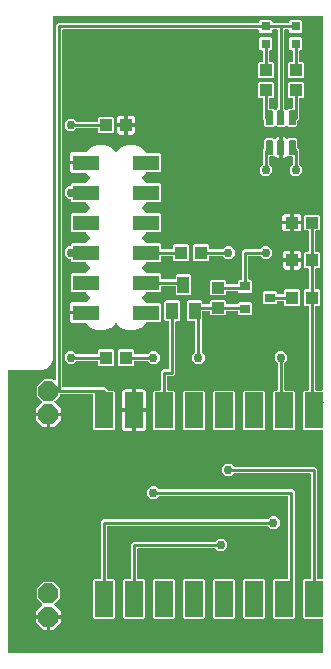
<source format=gbr>
G04 EAGLE Gerber RS-274X export*
G75*
%MOMM*%
%FSLAX34Y34*%
%LPD*%
%INTop Copper*%
%IPPOS*%
%AMOC8*
5,1,8,0,0,1.08239X$1,22.5*%
G01*
%ADD10R,1.000000X1.100000*%
%ADD11R,1.524000X3.025000*%
%ADD12R,2.290000X1.270000*%
%ADD13C,0.145000*%
%ADD14R,0.800000X0.800000*%
%ADD15R,1.100000X1.000000*%
%ADD16P,1.814519X8X112.500000*%
%ADD17R,0.900000X0.800000*%
%ADD18R,1.000000X1.400000*%
%ADD19C,0.254000*%
%ADD20C,0.152400*%
%ADD21C,0.756400*%

G36*
X288818Y16514D02*
X288818Y16514D01*
X288837Y16512D01*
X288939Y16534D01*
X289041Y16550D01*
X289058Y16560D01*
X289078Y16564D01*
X289167Y16617D01*
X289258Y16666D01*
X289272Y16680D01*
X289289Y16690D01*
X289356Y16769D01*
X289428Y16844D01*
X289436Y16862D01*
X289449Y16877D01*
X289488Y16973D01*
X289531Y17067D01*
X289533Y17087D01*
X289541Y17105D01*
X289559Y17272D01*
X289559Y44979D01*
X289556Y44999D01*
X289558Y45018D01*
X289536Y45120D01*
X289520Y45222D01*
X289510Y45239D01*
X289506Y45259D01*
X289453Y45348D01*
X289404Y45439D01*
X289390Y45453D01*
X289380Y45470D01*
X289301Y45537D01*
X289226Y45609D01*
X289208Y45617D01*
X289193Y45630D01*
X289097Y45669D01*
X289003Y45712D01*
X288983Y45714D01*
X288965Y45722D01*
X288798Y45740D01*
X273748Y45740D01*
X272855Y46633D01*
X272855Y78147D01*
X273748Y79040D01*
X278444Y79040D01*
X278464Y79043D01*
X278483Y79041D01*
X278585Y79063D01*
X278687Y79079D01*
X278704Y79089D01*
X278724Y79093D01*
X278813Y79146D01*
X278904Y79195D01*
X278918Y79209D01*
X278935Y79219D01*
X279002Y79298D01*
X279074Y79373D01*
X279082Y79391D01*
X279095Y79406D01*
X279134Y79502D01*
X279177Y79596D01*
X279179Y79616D01*
X279187Y79634D01*
X279205Y79801D01*
X279205Y167894D01*
X279202Y167914D01*
X279204Y167933D01*
X279182Y168035D01*
X279166Y168137D01*
X279156Y168154D01*
X279152Y168174D01*
X279099Y168263D01*
X279050Y168354D01*
X279036Y168368D01*
X279026Y168385D01*
X278947Y168452D01*
X278872Y168524D01*
X278854Y168532D01*
X278839Y168545D01*
X278743Y168584D01*
X278649Y168627D01*
X278629Y168629D01*
X278611Y168637D01*
X278444Y168655D01*
X214575Y168655D01*
X214485Y168641D01*
X214394Y168633D01*
X214365Y168621D01*
X214333Y168616D01*
X214252Y168573D01*
X214168Y168537D01*
X214136Y168511D01*
X214115Y168500D01*
X214093Y168477D01*
X214037Y168432D01*
X211748Y166143D01*
X207352Y166143D01*
X204243Y169252D01*
X204243Y173648D01*
X207352Y176757D01*
X211748Y176757D01*
X214037Y174468D01*
X214111Y174415D01*
X214181Y174355D01*
X214211Y174343D01*
X214237Y174324D01*
X214324Y174297D01*
X214409Y174263D01*
X214450Y174259D01*
X214472Y174252D01*
X214504Y174253D01*
X214575Y174245D01*
X283158Y174245D01*
X284795Y172608D01*
X284795Y79801D01*
X284798Y79781D01*
X284796Y79762D01*
X284818Y79660D01*
X284834Y79558D01*
X284844Y79541D01*
X284848Y79521D01*
X284901Y79432D01*
X284950Y79341D01*
X284964Y79327D01*
X284974Y79310D01*
X285053Y79243D01*
X285128Y79171D01*
X285146Y79163D01*
X285161Y79150D01*
X285257Y79111D01*
X285351Y79068D01*
X285371Y79066D01*
X285389Y79058D01*
X285556Y79040D01*
X288798Y79040D01*
X288818Y79043D01*
X288837Y79041D01*
X288939Y79063D01*
X289041Y79079D01*
X289058Y79089D01*
X289078Y79093D01*
X289167Y79146D01*
X289258Y79195D01*
X289272Y79209D01*
X289289Y79219D01*
X289356Y79298D01*
X289428Y79373D01*
X289436Y79391D01*
X289449Y79406D01*
X289488Y79502D01*
X289531Y79596D01*
X289533Y79616D01*
X289541Y79634D01*
X289559Y79801D01*
X289559Y204679D01*
X289556Y204699D01*
X289558Y204718D01*
X289536Y204820D01*
X289520Y204922D01*
X289510Y204939D01*
X289506Y204959D01*
X289453Y205048D01*
X289404Y205139D01*
X289390Y205153D01*
X289380Y205170D01*
X289301Y205237D01*
X289226Y205309D01*
X289208Y205317D01*
X289193Y205330D01*
X289097Y205369D01*
X289003Y205412D01*
X288983Y205414D01*
X288965Y205422D01*
X288798Y205440D01*
X273748Y205440D01*
X272855Y206333D01*
X272855Y237847D01*
X273748Y238740D01*
X276724Y238740D01*
X276744Y238743D01*
X276763Y238741D01*
X276865Y238763D01*
X276967Y238779D01*
X276984Y238789D01*
X277004Y238793D01*
X277093Y238846D01*
X277184Y238895D01*
X277198Y238909D01*
X277215Y238919D01*
X277282Y238998D01*
X277354Y239073D01*
X277362Y239091D01*
X277375Y239106D01*
X277414Y239202D01*
X277457Y239296D01*
X277459Y239316D01*
X277467Y239334D01*
X277485Y239501D01*
X277485Y309714D01*
X277482Y309734D01*
X277484Y309753D01*
X277462Y309855D01*
X277446Y309957D01*
X277436Y309974D01*
X277432Y309994D01*
X277379Y310083D01*
X277330Y310174D01*
X277316Y310188D01*
X277306Y310205D01*
X277227Y310272D01*
X277152Y310344D01*
X277134Y310352D01*
X277119Y310365D01*
X277023Y310404D01*
X276929Y310447D01*
X276909Y310449D01*
X276891Y310457D01*
X276724Y310475D01*
X274648Y310475D01*
X273755Y311368D01*
X273755Y323632D01*
X274648Y324525D01*
X276724Y324525D01*
X276744Y324528D01*
X276763Y324526D01*
X276865Y324548D01*
X276967Y324564D01*
X276984Y324574D01*
X277004Y324578D01*
X277093Y324631D01*
X277184Y324680D01*
X277198Y324694D01*
X277215Y324704D01*
X277282Y324783D01*
X277354Y324858D01*
X277362Y324876D01*
X277375Y324891D01*
X277414Y324987D01*
X277457Y325081D01*
X277459Y325101D01*
X277467Y325119D01*
X277485Y325286D01*
X277485Y341464D01*
X277482Y341484D01*
X277484Y341503D01*
X277462Y341605D01*
X277446Y341707D01*
X277436Y341724D01*
X277432Y341744D01*
X277379Y341833D01*
X277330Y341924D01*
X277316Y341938D01*
X277306Y341955D01*
X277227Y342022D01*
X277152Y342094D01*
X277134Y342102D01*
X277119Y342115D01*
X277023Y342154D01*
X276929Y342197D01*
X276909Y342199D01*
X276891Y342207D01*
X276724Y342225D01*
X274648Y342225D01*
X273755Y343118D01*
X273755Y355382D01*
X274648Y356275D01*
X276724Y356275D01*
X276744Y356278D01*
X276763Y356276D01*
X276865Y356298D01*
X276967Y356314D01*
X276984Y356324D01*
X277004Y356328D01*
X277093Y356381D01*
X277184Y356430D01*
X277198Y356444D01*
X277215Y356454D01*
X277282Y356533D01*
X277354Y356608D01*
X277362Y356626D01*
X277375Y356641D01*
X277414Y356737D01*
X277457Y356831D01*
X277459Y356851D01*
X277467Y356869D01*
X277485Y357036D01*
X277485Y373714D01*
X277482Y373734D01*
X277484Y373753D01*
X277462Y373855D01*
X277446Y373957D01*
X277436Y373974D01*
X277432Y373994D01*
X277379Y374083D01*
X277330Y374174D01*
X277316Y374188D01*
X277306Y374205D01*
X277227Y374272D01*
X277152Y374344D01*
X277134Y374352D01*
X277119Y374365D01*
X277023Y374404D01*
X276929Y374447D01*
X276909Y374449D01*
X276891Y374457D01*
X276724Y374475D01*
X274148Y374475D01*
X273255Y375368D01*
X273255Y386632D01*
X274148Y387525D01*
X286412Y387525D01*
X287305Y386632D01*
X287305Y375368D01*
X286412Y374475D01*
X283836Y374475D01*
X283816Y374472D01*
X283797Y374474D01*
X283695Y374452D01*
X283593Y374436D01*
X283576Y374426D01*
X283556Y374422D01*
X283467Y374369D01*
X283376Y374320D01*
X283362Y374306D01*
X283345Y374296D01*
X283278Y374217D01*
X283206Y374142D01*
X283198Y374124D01*
X283185Y374109D01*
X283146Y374013D01*
X283103Y373919D01*
X283101Y373899D01*
X283093Y373881D01*
X283075Y373714D01*
X283075Y357036D01*
X283078Y357016D01*
X283076Y356997D01*
X283098Y356895D01*
X283114Y356793D01*
X283124Y356776D01*
X283128Y356756D01*
X283181Y356667D01*
X283230Y356576D01*
X283244Y356562D01*
X283254Y356545D01*
X283333Y356478D01*
X283408Y356406D01*
X283426Y356398D01*
X283441Y356385D01*
X283537Y356346D01*
X283631Y356303D01*
X283651Y356301D01*
X283669Y356293D01*
X283836Y356275D01*
X285912Y356275D01*
X286805Y355382D01*
X286805Y343118D01*
X285912Y342225D01*
X283836Y342225D01*
X283816Y342222D01*
X283797Y342224D01*
X283695Y342202D01*
X283593Y342186D01*
X283576Y342176D01*
X283556Y342172D01*
X283467Y342119D01*
X283376Y342070D01*
X283362Y342056D01*
X283345Y342046D01*
X283278Y341967D01*
X283206Y341892D01*
X283198Y341874D01*
X283185Y341859D01*
X283146Y341763D01*
X283103Y341669D01*
X283101Y341649D01*
X283093Y341631D01*
X283075Y341464D01*
X283075Y325286D01*
X283078Y325266D01*
X283076Y325247D01*
X283098Y325145D01*
X283114Y325043D01*
X283124Y325026D01*
X283128Y325006D01*
X283181Y324917D01*
X283230Y324826D01*
X283244Y324812D01*
X283254Y324795D01*
X283333Y324728D01*
X283408Y324656D01*
X283426Y324648D01*
X283441Y324635D01*
X283537Y324596D01*
X283631Y324553D01*
X283651Y324551D01*
X283669Y324543D01*
X283836Y324525D01*
X285912Y324525D01*
X286805Y323632D01*
X286805Y311368D01*
X285912Y310475D01*
X283836Y310475D01*
X283816Y310472D01*
X283797Y310474D01*
X283695Y310452D01*
X283593Y310436D01*
X283576Y310426D01*
X283556Y310422D01*
X283467Y310369D01*
X283376Y310320D01*
X283362Y310306D01*
X283345Y310296D01*
X283278Y310217D01*
X283206Y310142D01*
X283198Y310124D01*
X283185Y310109D01*
X283146Y310013D01*
X283103Y309919D01*
X283101Y309899D01*
X283093Y309881D01*
X283075Y309714D01*
X283075Y239501D01*
X283078Y239481D01*
X283076Y239462D01*
X283098Y239360D01*
X283114Y239258D01*
X283124Y239241D01*
X283128Y239221D01*
X283181Y239132D01*
X283230Y239041D01*
X283244Y239027D01*
X283254Y239010D01*
X283333Y238943D01*
X283408Y238871D01*
X283426Y238863D01*
X283441Y238850D01*
X283537Y238811D01*
X283631Y238768D01*
X283651Y238766D01*
X283669Y238758D01*
X283836Y238740D01*
X288798Y238740D01*
X288818Y238743D01*
X288837Y238741D01*
X288939Y238763D01*
X289041Y238779D01*
X289058Y238789D01*
X289078Y238793D01*
X289167Y238846D01*
X289258Y238895D01*
X289272Y238909D01*
X289289Y238919D01*
X289356Y238998D01*
X289428Y239073D01*
X289436Y239091D01*
X289449Y239106D01*
X289488Y239202D01*
X289531Y239296D01*
X289533Y239316D01*
X289541Y239334D01*
X289559Y239501D01*
X289559Y555498D01*
X289558Y555509D01*
X289558Y555515D01*
X289557Y555523D01*
X289558Y555537D01*
X289536Y555639D01*
X289520Y555741D01*
X289510Y555758D01*
X289506Y555778D01*
X289453Y555867D01*
X289404Y555958D01*
X289390Y555972D01*
X289380Y555989D01*
X289301Y556056D01*
X289226Y556128D01*
X289208Y556136D01*
X289193Y556149D01*
X289097Y556188D01*
X289003Y556231D01*
X288983Y556233D01*
X288965Y556241D01*
X288798Y556259D01*
X61722Y556259D01*
X61702Y556256D01*
X61683Y556258D01*
X61581Y556236D01*
X61479Y556220D01*
X61462Y556210D01*
X61442Y556206D01*
X61353Y556153D01*
X61262Y556104D01*
X61248Y556090D01*
X61231Y556080D01*
X61164Y556001D01*
X61092Y555926D01*
X61084Y555908D01*
X61071Y555893D01*
X61032Y555797D01*
X60989Y555703D01*
X60987Y555683D01*
X60979Y555665D01*
X60961Y555498D01*
X60961Y264679D01*
X59414Y260944D01*
X56556Y258086D01*
X52821Y256539D01*
X23622Y256539D01*
X23602Y256536D01*
X23583Y256538D01*
X23481Y256516D01*
X23379Y256500D01*
X23362Y256490D01*
X23342Y256486D01*
X23253Y256433D01*
X23162Y256384D01*
X23148Y256370D01*
X23131Y256360D01*
X23064Y256281D01*
X22992Y256206D01*
X22984Y256188D01*
X22971Y256173D01*
X22932Y256077D01*
X22889Y255983D01*
X22887Y255963D01*
X22879Y255945D01*
X22861Y255778D01*
X22861Y17272D01*
X22864Y17252D01*
X22862Y17233D01*
X22884Y17131D01*
X22900Y17029D01*
X22910Y17012D01*
X22914Y16992D01*
X22967Y16903D01*
X23016Y16812D01*
X23030Y16798D01*
X23040Y16781D01*
X23119Y16714D01*
X23194Y16642D01*
X23212Y16634D01*
X23227Y16621D01*
X23323Y16582D01*
X23417Y16539D01*
X23437Y16537D01*
X23455Y16529D01*
X23622Y16511D01*
X288798Y16511D01*
X288818Y16514D01*
G37*
%LPC*%
G36*
X98584Y289639D02*
X98584Y289639D01*
X93012Y291947D01*
X88826Y296133D01*
X88768Y296175D01*
X88716Y296224D01*
X88669Y296246D01*
X88627Y296277D01*
X88558Y296298D01*
X88493Y296328D01*
X88441Y296334D01*
X88392Y296349D01*
X88320Y296347D01*
X88249Y296355D01*
X88198Y296344D01*
X88146Y296343D01*
X88078Y296318D01*
X88008Y296303D01*
X87964Y296276D01*
X87915Y296258D01*
X87859Y296213D01*
X87797Y296177D01*
X87763Y296137D01*
X87723Y296105D01*
X87684Y296044D01*
X87637Y295990D01*
X87618Y295941D01*
X87597Y295909D01*
X77266Y295909D01*
X76619Y296082D01*
X76040Y296417D01*
X75567Y296890D01*
X75232Y297469D01*
X75059Y298116D01*
X75059Y303277D01*
X85678Y303277D01*
X85698Y303280D01*
X85717Y303278D01*
X85819Y303300D01*
X85921Y303317D01*
X85938Y303326D01*
X85958Y303330D01*
X86047Y303383D01*
X86138Y303432D01*
X86152Y303446D01*
X86169Y303456D01*
X86236Y303535D01*
X86308Y303610D01*
X86316Y303628D01*
X86329Y303643D01*
X86368Y303739D01*
X86411Y303833D01*
X86413Y303853D01*
X86421Y303871D01*
X86439Y304038D01*
X86439Y305562D01*
X86436Y305582D01*
X86438Y305601D01*
X86416Y305703D01*
X86400Y305805D01*
X86390Y305822D01*
X86386Y305842D01*
X86333Y305931D01*
X86284Y306022D01*
X86270Y306036D01*
X86260Y306053D01*
X86181Y306120D01*
X86106Y306191D01*
X86088Y306200D01*
X86073Y306213D01*
X85977Y306252D01*
X85883Y306295D01*
X85863Y306297D01*
X85845Y306305D01*
X85678Y306323D01*
X75059Y306323D01*
X75059Y311484D01*
X75232Y312131D01*
X75567Y312710D01*
X76040Y313183D01*
X76619Y313518D01*
X77266Y313691D01*
X87603Y313691D01*
X87625Y313632D01*
X87657Y313591D01*
X87682Y313545D01*
X87734Y313496D01*
X87778Y313440D01*
X87822Y313411D01*
X87860Y313376D01*
X87925Y313345D01*
X87985Y313307D01*
X88036Y313294D01*
X88083Y313272D01*
X88154Y313264D01*
X88224Y313247D01*
X88276Y313251D01*
X88328Y313245D01*
X88398Y313260D01*
X88469Y313266D01*
X88517Y313286D01*
X88568Y313297D01*
X88629Y313334D01*
X88695Y313362D01*
X88751Y313407D01*
X88779Y313423D01*
X88794Y313441D01*
X88826Y313467D01*
X92321Y316962D01*
X92333Y316978D01*
X92348Y316990D01*
X92404Y317077D01*
X92465Y317161D01*
X92471Y317181D01*
X92481Y317197D01*
X92507Y317298D01*
X92537Y317397D01*
X92537Y317416D01*
X92541Y317436D01*
X92533Y317539D01*
X92531Y317642D01*
X92524Y317661D01*
X92522Y317681D01*
X92482Y317776D01*
X92446Y317873D01*
X92434Y317889D01*
X92426Y317907D01*
X92321Y318038D01*
X88747Y321612D01*
X88647Y321855D01*
X88585Y321955D01*
X88525Y322055D01*
X88520Y322059D01*
X88517Y322064D01*
X88427Y322139D01*
X88338Y322215D01*
X88332Y322217D01*
X88327Y322221D01*
X88219Y322263D01*
X88110Y322307D01*
X88102Y322308D01*
X88098Y322309D01*
X88080Y322310D01*
X87943Y322325D01*
X76968Y322325D01*
X76075Y323218D01*
X76075Y337182D01*
X76968Y338075D01*
X87943Y338075D01*
X88058Y338094D01*
X88174Y338111D01*
X88180Y338113D01*
X88186Y338114D01*
X88289Y338169D01*
X88393Y338222D01*
X88398Y338227D01*
X88403Y338230D01*
X88484Y338314D01*
X88566Y338398D01*
X88569Y338404D01*
X88573Y338408D01*
X88581Y338425D01*
X88647Y338545D01*
X88747Y338788D01*
X92321Y342362D01*
X92333Y342378D01*
X92348Y342390D01*
X92405Y342478D01*
X92465Y342561D01*
X92471Y342580D01*
X92481Y342597D01*
X92507Y342698D01*
X92537Y342797D01*
X92537Y342816D01*
X92541Y342836D01*
X92533Y342939D01*
X92531Y343042D01*
X92524Y343061D01*
X92522Y343081D01*
X92482Y343176D01*
X92446Y343273D01*
X92434Y343289D01*
X92426Y343307D01*
X92321Y343438D01*
X88747Y347012D01*
X88647Y347255D01*
X88585Y347355D01*
X88525Y347455D01*
X88520Y347459D01*
X88517Y347464D01*
X88427Y347539D01*
X88338Y347615D01*
X88332Y347617D01*
X88327Y347621D01*
X88219Y347663D01*
X88110Y347707D01*
X88102Y347708D01*
X88098Y347709D01*
X88080Y347710D01*
X87943Y347725D01*
X76968Y347725D01*
X76075Y348618D01*
X76075Y349532D01*
X76072Y349552D01*
X76074Y349571D01*
X76052Y349673D01*
X76036Y349775D01*
X76026Y349792D01*
X76022Y349812D01*
X75969Y349901D01*
X75920Y349992D01*
X75906Y350006D01*
X75896Y350023D01*
X75817Y350090D01*
X75742Y350162D01*
X75724Y350170D01*
X75709Y350183D01*
X75613Y350222D01*
X75519Y350265D01*
X75499Y350267D01*
X75481Y350275D01*
X75314Y350293D01*
X74002Y350293D01*
X70893Y353402D01*
X70893Y357798D01*
X74002Y360907D01*
X75314Y360907D01*
X75334Y360910D01*
X75353Y360908D01*
X75455Y360930D01*
X75557Y360946D01*
X75574Y360956D01*
X75594Y360960D01*
X75683Y361013D01*
X75774Y361062D01*
X75788Y361076D01*
X75805Y361086D01*
X75872Y361165D01*
X75944Y361240D01*
X75952Y361258D01*
X75965Y361273D01*
X76004Y361369D01*
X76047Y361463D01*
X76049Y361483D01*
X76057Y361501D01*
X76075Y361668D01*
X76075Y362582D01*
X76968Y363475D01*
X87943Y363475D01*
X88058Y363494D01*
X88174Y363511D01*
X88180Y363513D01*
X88186Y363514D01*
X88289Y363569D01*
X88393Y363622D01*
X88398Y363627D01*
X88403Y363630D01*
X88484Y363714D01*
X88566Y363798D01*
X88569Y363804D01*
X88573Y363808D01*
X88581Y363825D01*
X88647Y363945D01*
X88747Y364188D01*
X92321Y367762D01*
X92333Y367778D01*
X92348Y367790D01*
X92405Y367878D01*
X92465Y367961D01*
X92471Y367980D01*
X92481Y367997D01*
X92507Y368098D01*
X92537Y368197D01*
X92537Y368216D01*
X92541Y368236D01*
X92533Y368339D01*
X92531Y368442D01*
X92524Y368461D01*
X92522Y368481D01*
X92482Y368576D01*
X92446Y368673D01*
X92434Y368689D01*
X92426Y368707D01*
X92321Y368838D01*
X88747Y372412D01*
X88647Y372655D01*
X88585Y372755D01*
X88525Y372855D01*
X88520Y372859D01*
X88517Y372864D01*
X88427Y372939D01*
X88338Y373015D01*
X88332Y373017D01*
X88327Y373021D01*
X88220Y373063D01*
X88110Y373107D01*
X88102Y373108D01*
X88098Y373109D01*
X88080Y373110D01*
X87943Y373125D01*
X76968Y373125D01*
X76075Y374018D01*
X76075Y387982D01*
X76968Y388875D01*
X87943Y388875D01*
X88058Y388894D01*
X88174Y388911D01*
X88180Y388913D01*
X88186Y388914D01*
X88289Y388969D01*
X88393Y389022D01*
X88398Y389027D01*
X88403Y389030D01*
X88484Y389114D01*
X88566Y389198D01*
X88569Y389204D01*
X88573Y389208D01*
X88581Y389225D01*
X88647Y389345D01*
X88747Y389588D01*
X92321Y393162D01*
X92333Y393178D01*
X92348Y393190D01*
X92405Y393278D01*
X92465Y393361D01*
X92471Y393380D01*
X92481Y393397D01*
X92507Y393498D01*
X92537Y393597D01*
X92537Y393616D01*
X92541Y393636D01*
X92533Y393739D01*
X92531Y393842D01*
X92524Y393861D01*
X92522Y393881D01*
X92482Y393976D01*
X92446Y394073D01*
X92434Y394089D01*
X92426Y394107D01*
X92321Y394238D01*
X88747Y397812D01*
X88647Y398055D01*
X88585Y398155D01*
X88525Y398255D01*
X88520Y398259D01*
X88517Y398264D01*
X88427Y398339D01*
X88338Y398415D01*
X88332Y398417D01*
X88327Y398421D01*
X88219Y398463D01*
X88110Y398507D01*
X88102Y398508D01*
X88098Y398509D01*
X88080Y398510D01*
X87943Y398525D01*
X76968Y398525D01*
X76075Y399418D01*
X76075Y400332D01*
X76072Y400352D01*
X76074Y400371D01*
X76052Y400473D01*
X76036Y400575D01*
X76026Y400592D01*
X76022Y400612D01*
X75969Y400701D01*
X75920Y400792D01*
X75906Y400806D01*
X75896Y400823D01*
X75817Y400890D01*
X75742Y400962D01*
X75724Y400970D01*
X75709Y400983D01*
X75613Y401022D01*
X75519Y401065D01*
X75499Y401067D01*
X75481Y401075D01*
X75314Y401093D01*
X74002Y401093D01*
X70893Y404202D01*
X70893Y408598D01*
X74002Y411707D01*
X75314Y411707D01*
X75334Y411710D01*
X75353Y411708D01*
X75455Y411730D01*
X75557Y411746D01*
X75574Y411756D01*
X75594Y411760D01*
X75683Y411813D01*
X75774Y411862D01*
X75788Y411876D01*
X75805Y411886D01*
X75872Y411965D01*
X75944Y412040D01*
X75952Y412058D01*
X75965Y412073D01*
X76004Y412169D01*
X76047Y412263D01*
X76049Y412283D01*
X76057Y412301D01*
X76075Y412468D01*
X76075Y413382D01*
X76968Y414275D01*
X87943Y414275D01*
X88058Y414294D01*
X88174Y414311D01*
X88180Y414313D01*
X88186Y414314D01*
X88289Y414369D01*
X88393Y414422D01*
X88398Y414427D01*
X88403Y414430D01*
X88484Y414514D01*
X88566Y414598D01*
X88569Y414604D01*
X88573Y414608D01*
X88581Y414625D01*
X88647Y414745D01*
X88747Y414988D01*
X92321Y418562D01*
X92333Y418578D01*
X92348Y418590D01*
X92405Y418678D01*
X92465Y418761D01*
X92471Y418780D01*
X92481Y418797D01*
X92507Y418898D01*
X92537Y418997D01*
X92537Y419016D01*
X92541Y419036D01*
X92533Y419139D01*
X92531Y419242D01*
X92524Y419261D01*
X92522Y419281D01*
X92482Y419376D01*
X92446Y419473D01*
X92434Y419489D01*
X92426Y419507D01*
X92321Y419638D01*
X88826Y423133D01*
X88768Y423175D01*
X88716Y423224D01*
X88669Y423246D01*
X88627Y423277D01*
X88558Y423298D01*
X88493Y423328D01*
X88441Y423334D01*
X88392Y423349D01*
X88320Y423347D01*
X88249Y423355D01*
X88198Y423344D01*
X88146Y423343D01*
X88078Y423318D01*
X88008Y423303D01*
X87964Y423276D01*
X87915Y423258D01*
X87859Y423213D01*
X87797Y423177D01*
X87763Y423137D01*
X87723Y423105D01*
X87684Y423044D01*
X87637Y422990D01*
X87618Y422941D01*
X87597Y422909D01*
X77266Y422909D01*
X76619Y423082D01*
X76040Y423417D01*
X75567Y423890D01*
X75232Y424469D01*
X75059Y425116D01*
X75059Y430277D01*
X85678Y430277D01*
X85698Y430280D01*
X85717Y430278D01*
X85819Y430300D01*
X85921Y430317D01*
X85938Y430326D01*
X85958Y430330D01*
X86047Y430383D01*
X86138Y430432D01*
X86152Y430446D01*
X86169Y430456D01*
X86236Y430535D01*
X86308Y430610D01*
X86316Y430628D01*
X86329Y430643D01*
X86368Y430739D01*
X86411Y430833D01*
X86413Y430853D01*
X86421Y430871D01*
X86439Y431038D01*
X86439Y432562D01*
X86436Y432582D01*
X86438Y432601D01*
X86416Y432703D01*
X86400Y432805D01*
X86390Y432822D01*
X86386Y432842D01*
X86333Y432931D01*
X86284Y433022D01*
X86270Y433036D01*
X86260Y433053D01*
X86181Y433120D01*
X86106Y433191D01*
X86088Y433200D01*
X86073Y433213D01*
X85977Y433252D01*
X85883Y433295D01*
X85863Y433297D01*
X85845Y433305D01*
X85678Y433323D01*
X75059Y433323D01*
X75059Y438484D01*
X75232Y439131D01*
X75567Y439710D01*
X76040Y440183D01*
X76619Y440518D01*
X77266Y440691D01*
X87603Y440691D01*
X87625Y440632D01*
X87657Y440591D01*
X87682Y440545D01*
X87734Y440496D01*
X87778Y440440D01*
X87822Y440411D01*
X87860Y440376D01*
X87925Y440345D01*
X87985Y440307D01*
X88036Y440294D01*
X88083Y440272D01*
X88154Y440264D01*
X88224Y440247D01*
X88276Y440251D01*
X88328Y440245D01*
X88398Y440260D01*
X88469Y440266D01*
X88517Y440286D01*
X88568Y440297D01*
X88630Y440334D01*
X88695Y440362D01*
X88751Y440407D01*
X88779Y440423D01*
X88794Y440441D01*
X88826Y440467D01*
X93012Y444653D01*
X98584Y446961D01*
X104616Y446961D01*
X110188Y444653D01*
X113762Y441079D01*
X113778Y441067D01*
X113790Y441052D01*
X113878Y440996D01*
X113961Y440935D01*
X113980Y440929D01*
X113997Y440919D01*
X114098Y440893D01*
X114197Y440863D01*
X114216Y440863D01*
X114236Y440859D01*
X114339Y440867D01*
X114442Y440869D01*
X114461Y440876D01*
X114481Y440878D01*
X114576Y440918D01*
X114673Y440954D01*
X114689Y440966D01*
X114707Y440974D01*
X114838Y441079D01*
X118412Y444653D01*
X123984Y446961D01*
X130016Y446961D01*
X135588Y444653D01*
X139853Y440388D01*
X139953Y440145D01*
X140015Y440045D01*
X140075Y439945D01*
X140080Y439941D01*
X140083Y439936D01*
X140173Y439861D01*
X140262Y439785D01*
X140268Y439783D01*
X140273Y439779D01*
X140381Y439737D01*
X140490Y439693D01*
X140498Y439692D01*
X140502Y439691D01*
X140520Y439690D01*
X140657Y439675D01*
X151632Y439675D01*
X152525Y438782D01*
X152525Y424818D01*
X151632Y423925D01*
X140657Y423925D01*
X140542Y423906D01*
X140426Y423889D01*
X140420Y423887D01*
X140414Y423886D01*
X140311Y423831D01*
X140207Y423778D01*
X140202Y423773D01*
X140197Y423770D01*
X140116Y423686D01*
X140034Y423602D01*
X140031Y423596D01*
X140027Y423592D01*
X140019Y423575D01*
X139953Y423455D01*
X139853Y423212D01*
X136279Y419638D01*
X136267Y419622D01*
X136252Y419610D01*
X136195Y419522D01*
X136135Y419439D01*
X136129Y419420D01*
X136119Y419403D01*
X136093Y419302D01*
X136063Y419203D01*
X136063Y419184D01*
X136059Y419164D01*
X136067Y419061D01*
X136069Y418958D01*
X136076Y418939D01*
X136078Y418919D01*
X136118Y418824D01*
X136154Y418727D01*
X136166Y418711D01*
X136174Y418693D01*
X136279Y418562D01*
X139853Y414988D01*
X139953Y414745D01*
X140015Y414645D01*
X140075Y414545D01*
X140080Y414541D01*
X140083Y414536D01*
X140173Y414461D01*
X140262Y414385D01*
X140268Y414383D01*
X140273Y414379D01*
X140381Y414337D01*
X140490Y414293D01*
X140498Y414292D01*
X140502Y414291D01*
X140520Y414290D01*
X140657Y414275D01*
X151632Y414275D01*
X152525Y413382D01*
X152525Y399418D01*
X151632Y398525D01*
X140657Y398525D01*
X140542Y398506D01*
X140426Y398489D01*
X140420Y398487D01*
X140414Y398486D01*
X140311Y398431D01*
X140207Y398378D01*
X140202Y398373D01*
X140197Y398370D01*
X140116Y398286D01*
X140034Y398202D01*
X140031Y398196D01*
X140027Y398192D01*
X140019Y398175D01*
X139953Y398055D01*
X139853Y397812D01*
X136279Y394238D01*
X136267Y394222D01*
X136252Y394210D01*
X136195Y394122D01*
X136135Y394039D01*
X136129Y394020D01*
X136119Y394003D01*
X136093Y393902D01*
X136063Y393803D01*
X136063Y393784D01*
X136059Y393764D01*
X136067Y393661D01*
X136069Y393558D01*
X136076Y393539D01*
X136078Y393519D01*
X136118Y393424D01*
X136154Y393327D01*
X136166Y393311D01*
X136174Y393293D01*
X136279Y393162D01*
X139853Y389588D01*
X139953Y389345D01*
X140015Y389245D01*
X140075Y389145D01*
X140080Y389141D01*
X140083Y389136D01*
X140173Y389061D01*
X140262Y388985D01*
X140268Y388983D01*
X140273Y388979D01*
X140381Y388937D01*
X140490Y388893D01*
X140498Y388892D01*
X140502Y388891D01*
X140520Y388890D01*
X140657Y388875D01*
X151632Y388875D01*
X152525Y387982D01*
X152525Y374018D01*
X151632Y373125D01*
X140657Y373125D01*
X140542Y373106D01*
X140426Y373089D01*
X140420Y373087D01*
X140414Y373086D01*
X140311Y373031D01*
X140207Y372978D01*
X140202Y372973D01*
X140197Y372970D01*
X140116Y372886D01*
X140034Y372802D01*
X140031Y372796D01*
X140027Y372792D01*
X140019Y372775D01*
X139953Y372655D01*
X139853Y372412D01*
X136279Y368838D01*
X136267Y368822D01*
X136252Y368810D01*
X136195Y368722D01*
X136135Y368639D01*
X136129Y368620D01*
X136119Y368603D01*
X136093Y368502D01*
X136063Y368403D01*
X136063Y368384D01*
X136059Y368364D01*
X136067Y368261D01*
X136069Y368158D01*
X136076Y368139D01*
X136078Y368119D01*
X136118Y368024D01*
X136154Y367927D01*
X136166Y367911D01*
X136174Y367893D01*
X136279Y367762D01*
X139853Y364188D01*
X139953Y363945D01*
X140015Y363845D01*
X140075Y363745D01*
X140080Y363741D01*
X140083Y363736D01*
X140173Y363661D01*
X140262Y363585D01*
X140268Y363583D01*
X140273Y363579D01*
X140381Y363537D01*
X140490Y363493D01*
X140498Y363492D01*
X140502Y363491D01*
X140520Y363490D01*
X140657Y363475D01*
X151632Y363475D01*
X152525Y362582D01*
X152525Y359156D01*
X152528Y359136D01*
X152526Y359117D01*
X152548Y359015D01*
X152564Y358913D01*
X152574Y358896D01*
X152578Y358876D01*
X152631Y358787D01*
X152680Y358696D01*
X152694Y358682D01*
X152704Y358665D01*
X152783Y358598D01*
X152858Y358526D01*
X152876Y358518D01*
X152891Y358505D01*
X152987Y358466D01*
X153081Y358423D01*
X153101Y358421D01*
X153119Y358413D01*
X153286Y358395D01*
X162014Y358395D01*
X162034Y358398D01*
X162053Y358396D01*
X162155Y358418D01*
X162257Y358434D01*
X162274Y358444D01*
X162294Y358448D01*
X162383Y358501D01*
X162474Y358550D01*
X162488Y358564D01*
X162505Y358574D01*
X162572Y358653D01*
X162644Y358728D01*
X162652Y358746D01*
X162665Y358761D01*
X162704Y358857D01*
X162747Y358951D01*
X162749Y358971D01*
X162757Y358989D01*
X162775Y359156D01*
X162775Y361732D01*
X163668Y362625D01*
X174932Y362625D01*
X175825Y361732D01*
X175825Y349468D01*
X174932Y348575D01*
X163668Y348575D01*
X162775Y349468D01*
X162775Y352044D01*
X162772Y352064D01*
X162774Y352083D01*
X162752Y352185D01*
X162736Y352287D01*
X162726Y352304D01*
X162722Y352324D01*
X162669Y352413D01*
X162620Y352504D01*
X162606Y352518D01*
X162596Y352535D01*
X162517Y352602D01*
X162442Y352674D01*
X162424Y352682D01*
X162409Y352695D01*
X162313Y352734D01*
X162219Y352777D01*
X162199Y352779D01*
X162181Y352787D01*
X162014Y352805D01*
X153286Y352805D01*
X153266Y352802D01*
X153247Y352804D01*
X153145Y352782D01*
X153043Y352766D01*
X153026Y352756D01*
X153006Y352752D01*
X152917Y352699D01*
X152826Y352650D01*
X152812Y352636D01*
X152795Y352626D01*
X152728Y352547D01*
X152656Y352472D01*
X152648Y352454D01*
X152635Y352439D01*
X152596Y352343D01*
X152553Y352249D01*
X152551Y352229D01*
X152543Y352211D01*
X152525Y352044D01*
X152525Y348618D01*
X151632Y347725D01*
X140657Y347725D01*
X140542Y347706D01*
X140426Y347689D01*
X140420Y347687D01*
X140414Y347686D01*
X140311Y347631D01*
X140207Y347578D01*
X140202Y347573D01*
X140197Y347570D01*
X140116Y347486D01*
X140034Y347402D01*
X140031Y347396D01*
X140027Y347392D01*
X140019Y347375D01*
X139953Y347255D01*
X139853Y347012D01*
X136279Y343438D01*
X136267Y343422D01*
X136252Y343410D01*
X136195Y343322D01*
X136135Y343239D01*
X136129Y343220D01*
X136119Y343203D01*
X136093Y343102D01*
X136063Y343003D01*
X136063Y342984D01*
X136059Y342964D01*
X136067Y342861D01*
X136069Y342758D01*
X136076Y342739D01*
X136078Y342719D01*
X136118Y342624D01*
X136154Y342527D01*
X136166Y342511D01*
X136174Y342493D01*
X136279Y342362D01*
X139853Y338788D01*
X139953Y338545D01*
X140015Y338445D01*
X140075Y338345D01*
X140080Y338341D01*
X140083Y338336D01*
X140173Y338261D01*
X140262Y338185D01*
X140268Y338183D01*
X140273Y338179D01*
X140381Y338137D01*
X140490Y338093D01*
X140498Y338092D01*
X140502Y338091D01*
X140520Y338090D01*
X140657Y338075D01*
X151632Y338075D01*
X152525Y337182D01*
X152525Y333756D01*
X152528Y333736D01*
X152526Y333717D01*
X152548Y333615D01*
X152564Y333513D01*
X152574Y333496D01*
X152578Y333476D01*
X152631Y333387D01*
X152680Y333296D01*
X152694Y333282D01*
X152704Y333265D01*
X152783Y333198D01*
X152858Y333126D01*
X152876Y333118D01*
X152891Y333105D01*
X152987Y333066D01*
X153081Y333023D01*
X153101Y333021D01*
X153119Y333013D01*
X153286Y332995D01*
X164164Y332995D01*
X164184Y332998D01*
X164203Y332996D01*
X164305Y333018D01*
X164407Y333034D01*
X164424Y333044D01*
X164444Y333048D01*
X164533Y333101D01*
X164624Y333150D01*
X164638Y333164D01*
X164655Y333174D01*
X164722Y333253D01*
X164794Y333328D01*
X164802Y333346D01*
X164815Y333361D01*
X164854Y333457D01*
X164897Y333551D01*
X164899Y333571D01*
X164907Y333589D01*
X164925Y333756D01*
X164925Y336132D01*
X165818Y337025D01*
X177082Y337025D01*
X177975Y336132D01*
X177975Y320868D01*
X177082Y319975D01*
X165818Y319975D01*
X164925Y320868D01*
X164925Y326644D01*
X164922Y326664D01*
X164924Y326683D01*
X164902Y326785D01*
X164886Y326887D01*
X164876Y326904D01*
X164872Y326924D01*
X164819Y327013D01*
X164770Y327104D01*
X164756Y327118D01*
X164746Y327135D01*
X164667Y327202D01*
X164592Y327274D01*
X164574Y327282D01*
X164559Y327295D01*
X164463Y327334D01*
X164369Y327377D01*
X164349Y327379D01*
X164331Y327387D01*
X164164Y327405D01*
X153286Y327405D01*
X153266Y327402D01*
X153247Y327404D01*
X153145Y327382D01*
X153043Y327366D01*
X153026Y327356D01*
X153006Y327352D01*
X152917Y327299D01*
X152826Y327250D01*
X152812Y327236D01*
X152795Y327226D01*
X152728Y327147D01*
X152656Y327072D01*
X152648Y327054D01*
X152635Y327039D01*
X152596Y326943D01*
X152553Y326849D01*
X152551Y326829D01*
X152543Y326811D01*
X152525Y326644D01*
X152525Y323218D01*
X151632Y322325D01*
X140657Y322325D01*
X140542Y322306D01*
X140426Y322289D01*
X140420Y322287D01*
X140414Y322286D01*
X140311Y322231D01*
X140207Y322178D01*
X140202Y322173D01*
X140197Y322170D01*
X140116Y322086D01*
X140034Y322002D01*
X140031Y321996D01*
X140027Y321992D01*
X140019Y321975D01*
X139953Y321855D01*
X139853Y321612D01*
X136279Y318038D01*
X136267Y318022D01*
X136252Y318010D01*
X136195Y317922D01*
X136135Y317839D01*
X136129Y317820D01*
X136119Y317803D01*
X136093Y317702D01*
X136063Y317603D01*
X136063Y317584D01*
X136059Y317564D01*
X136067Y317461D01*
X136069Y317358D01*
X136076Y317339D01*
X136078Y317319D01*
X136118Y317224D01*
X136154Y317127D01*
X136166Y317111D01*
X136174Y317093D01*
X136279Y316962D01*
X139853Y313388D01*
X139953Y313145D01*
X140015Y313045D01*
X140075Y312945D01*
X140080Y312941D01*
X140083Y312936D01*
X140173Y312861D01*
X140262Y312785D01*
X140268Y312783D01*
X140273Y312779D01*
X140381Y312737D01*
X140490Y312693D01*
X140498Y312692D01*
X140502Y312691D01*
X140520Y312690D01*
X140657Y312675D01*
X151632Y312675D01*
X152525Y311782D01*
X152525Y297818D01*
X151632Y296925D01*
X140657Y296925D01*
X140542Y296906D01*
X140426Y296889D01*
X140420Y296887D01*
X140414Y296886D01*
X140311Y296831D01*
X140207Y296778D01*
X140202Y296773D01*
X140197Y296770D01*
X140116Y296686D01*
X140034Y296602D01*
X140031Y296596D01*
X140027Y296592D01*
X140019Y296575D01*
X139953Y296455D01*
X139853Y296212D01*
X135588Y291947D01*
X130016Y289639D01*
X123984Y289639D01*
X118412Y291947D01*
X114838Y295521D01*
X114822Y295533D01*
X114810Y295548D01*
X114722Y295605D01*
X114639Y295665D01*
X114620Y295671D01*
X114603Y295681D01*
X114502Y295707D01*
X114403Y295737D01*
X114384Y295737D01*
X114364Y295741D01*
X114261Y295733D01*
X114158Y295731D01*
X114139Y295724D01*
X114119Y295722D01*
X114024Y295682D01*
X113927Y295646D01*
X113911Y295634D01*
X113893Y295626D01*
X113762Y295521D01*
X110188Y291947D01*
X104616Y289639D01*
X98584Y289639D01*
G37*
%LPD*%
%LPC*%
G36*
X95948Y205440D02*
X95948Y205440D01*
X95055Y206333D01*
X95055Y235044D01*
X95052Y235064D01*
X95054Y235083D01*
X95032Y235185D01*
X95016Y235287D01*
X95006Y235304D01*
X95002Y235324D01*
X94949Y235413D01*
X94900Y235504D01*
X94886Y235518D01*
X94876Y235535D01*
X94797Y235602D01*
X94722Y235674D01*
X94704Y235682D01*
X94689Y235695D01*
X94593Y235734D01*
X94499Y235777D01*
X94479Y235779D01*
X94461Y235787D01*
X94294Y235805D01*
X67818Y235805D01*
X67798Y235802D01*
X67779Y235804D01*
X67677Y235782D01*
X67575Y235766D01*
X67558Y235756D01*
X67538Y235752D01*
X67449Y235699D01*
X67358Y235650D01*
X67344Y235636D01*
X67327Y235626D01*
X67260Y235547D01*
X67188Y235472D01*
X67180Y235454D01*
X67167Y235439D01*
X67128Y235343D01*
X67085Y235249D01*
X67083Y235229D01*
X67075Y235211D01*
X67057Y235044D01*
X67057Y234496D01*
X62417Y229857D01*
X62405Y229841D01*
X62390Y229828D01*
X62334Y229741D01*
X62273Y229657D01*
X62268Y229638D01*
X62257Y229621D01*
X62231Y229521D01*
X62201Y229422D01*
X62202Y229402D01*
X62197Y229383D01*
X62205Y229280D01*
X62207Y229176D01*
X62214Y229157D01*
X62216Y229137D01*
X62256Y229043D01*
X62292Y228945D01*
X62304Y228929D01*
X62312Y228911D01*
X62417Y228780D01*
X68073Y223124D01*
X68073Y220123D01*
X57912Y220123D01*
X57892Y220120D01*
X57873Y220122D01*
X57771Y220100D01*
X57669Y220083D01*
X57652Y220074D01*
X57632Y220070D01*
X57543Y220017D01*
X57452Y219968D01*
X57438Y219954D01*
X57421Y219944D01*
X57354Y219865D01*
X57283Y219790D01*
X57274Y219772D01*
X57261Y219757D01*
X57223Y219661D01*
X57179Y219567D01*
X57177Y219547D01*
X57169Y219529D01*
X57151Y219362D01*
X57151Y218599D01*
X57149Y218599D01*
X57149Y219362D01*
X57146Y219382D01*
X57148Y219401D01*
X57126Y219503D01*
X57109Y219605D01*
X57100Y219622D01*
X57096Y219642D01*
X57043Y219731D01*
X56994Y219822D01*
X56980Y219836D01*
X56970Y219853D01*
X56891Y219920D01*
X56816Y219991D01*
X56798Y220000D01*
X56783Y220013D01*
X56687Y220052D01*
X56593Y220095D01*
X56573Y220097D01*
X56555Y220105D01*
X56388Y220123D01*
X46227Y220123D01*
X46227Y223124D01*
X51883Y228780D01*
X51895Y228796D01*
X51910Y228809D01*
X51966Y228896D01*
X52027Y228980D01*
X52032Y228999D01*
X52043Y229016D01*
X52069Y229116D01*
X52099Y229215D01*
X52098Y229235D01*
X52103Y229254D01*
X52095Y229357D01*
X52093Y229461D01*
X52086Y229480D01*
X52084Y229499D01*
X52044Y229594D01*
X52008Y229692D01*
X51996Y229708D01*
X51988Y229726D01*
X51883Y229857D01*
X47243Y234496D01*
X47243Y242704D01*
X53046Y248507D01*
X61254Y248507D01*
X61946Y247814D01*
X62004Y247773D01*
X62056Y247723D01*
X62103Y247701D01*
X62145Y247671D01*
X62214Y247650D01*
X62279Y247620D01*
X62331Y247614D01*
X62381Y247599D01*
X62452Y247600D01*
X62523Y247593D01*
X62574Y247604D01*
X62626Y247605D01*
X62694Y247630D01*
X62764Y247645D01*
X62809Y247672D01*
X62857Y247689D01*
X62913Y247734D01*
X62975Y247771D01*
X63009Y247811D01*
X63049Y247843D01*
X63088Y247903D01*
X63135Y247958D01*
X63154Y248006D01*
X63182Y248050D01*
X63200Y248120D01*
X63227Y248186D01*
X63235Y248257D01*
X63243Y248289D01*
X63241Y248312D01*
X63245Y248353D01*
X63245Y548408D01*
X64882Y550045D01*
X235014Y550045D01*
X235034Y550048D01*
X235053Y550046D01*
X235155Y550068D01*
X235257Y550084D01*
X235274Y550094D01*
X235294Y550098D01*
X235383Y550151D01*
X235474Y550200D01*
X235488Y550214D01*
X235505Y550224D01*
X235572Y550303D01*
X235644Y550378D01*
X235652Y550396D01*
X235665Y550411D01*
X235704Y550507D01*
X235747Y550601D01*
X235749Y550621D01*
X235757Y550639D01*
X235775Y550806D01*
X235775Y551882D01*
X236668Y552775D01*
X245932Y552775D01*
X246825Y551882D01*
X246825Y550806D01*
X246828Y550786D01*
X246826Y550767D01*
X246848Y550665D01*
X246864Y550563D01*
X246874Y550546D01*
X246878Y550526D01*
X246931Y550437D01*
X246980Y550346D01*
X246994Y550332D01*
X247004Y550315D01*
X247083Y550248D01*
X247158Y550176D01*
X247176Y550168D01*
X247191Y550155D01*
X247287Y550116D01*
X247381Y550073D01*
X247401Y550071D01*
X247419Y550063D01*
X247586Y550045D01*
X260414Y550045D01*
X260434Y550048D01*
X260453Y550046D01*
X260555Y550068D01*
X260657Y550084D01*
X260674Y550094D01*
X260694Y550098D01*
X260783Y550151D01*
X260874Y550200D01*
X260888Y550214D01*
X260905Y550224D01*
X260972Y550303D01*
X261044Y550378D01*
X261052Y550396D01*
X261065Y550411D01*
X261104Y550507D01*
X261147Y550601D01*
X261149Y550621D01*
X261157Y550639D01*
X261175Y550806D01*
X261175Y551882D01*
X262068Y552775D01*
X271332Y552775D01*
X272225Y551882D01*
X272225Y542618D01*
X271332Y541725D01*
X262068Y541725D01*
X261175Y542618D01*
X261175Y543694D01*
X261172Y543714D01*
X261174Y543733D01*
X261152Y543835D01*
X261136Y543937D01*
X261126Y543954D01*
X261122Y543974D01*
X261069Y544063D01*
X261020Y544154D01*
X261006Y544168D01*
X260996Y544185D01*
X260917Y544252D01*
X260842Y544324D01*
X260824Y544332D01*
X260809Y544345D01*
X260713Y544384D01*
X260619Y544427D01*
X260599Y544429D01*
X260581Y544437D01*
X260414Y544455D01*
X257556Y544455D01*
X257536Y544452D01*
X257517Y544454D01*
X257415Y544432D01*
X257313Y544416D01*
X257296Y544406D01*
X257276Y544402D01*
X257187Y544349D01*
X257096Y544300D01*
X257082Y544286D01*
X257065Y544276D01*
X256998Y544197D01*
X256926Y544122D01*
X256918Y544104D01*
X256905Y544089D01*
X256866Y543993D01*
X256823Y543899D01*
X256821Y543879D01*
X256813Y543861D01*
X256795Y543694D01*
X256795Y477952D01*
X256809Y477862D01*
X256817Y477771D01*
X256829Y477741D01*
X256834Y477709D01*
X256877Y477629D01*
X256913Y477545D01*
X256939Y477513D01*
X256950Y477492D01*
X256973Y477470D01*
X257018Y477414D01*
X258212Y476220D01*
X258228Y476208D01*
X258240Y476193D01*
X258328Y476137D01*
X258411Y476076D01*
X258430Y476071D01*
X258447Y476060D01*
X258548Y476034D01*
X258647Y476004D01*
X258666Y476005D01*
X258686Y476000D01*
X258789Y476008D01*
X258892Y476010D01*
X258911Y476017D01*
X258931Y476019D01*
X259026Y476059D01*
X259123Y476095D01*
X259139Y476107D01*
X259157Y476115D01*
X259288Y476220D01*
X260393Y477325D01*
X263144Y477325D01*
X263164Y477328D01*
X263183Y477326D01*
X263285Y477348D01*
X263387Y477364D01*
X263404Y477374D01*
X263424Y477378D01*
X263513Y477431D01*
X263604Y477480D01*
X263618Y477494D01*
X263635Y477504D01*
X263702Y477583D01*
X263774Y477658D01*
X263782Y477676D01*
X263795Y477691D01*
X263834Y477787D01*
X263877Y477881D01*
X263879Y477901D01*
X263887Y477919D01*
X263905Y478086D01*
X263905Y485864D01*
X263902Y485884D01*
X263904Y485903D01*
X263882Y486005D01*
X263866Y486107D01*
X263856Y486124D01*
X263852Y486144D01*
X263799Y486233D01*
X263750Y486324D01*
X263736Y486338D01*
X263726Y486355D01*
X263647Y486422D01*
X263572Y486494D01*
X263554Y486502D01*
X263539Y486515D01*
X263443Y486554D01*
X263349Y486597D01*
X263329Y486599D01*
X263311Y486607D01*
X263144Y486625D01*
X260568Y486625D01*
X259675Y487518D01*
X259675Y498782D01*
X260568Y499675D01*
X272832Y499675D01*
X273725Y498782D01*
X273725Y487518D01*
X272832Y486625D01*
X270256Y486625D01*
X270236Y486622D01*
X270217Y486624D01*
X270115Y486602D01*
X270013Y486586D01*
X269996Y486576D01*
X269976Y486572D01*
X269887Y486519D01*
X269796Y486470D01*
X269782Y486456D01*
X269765Y486446D01*
X269698Y486367D01*
X269626Y486292D01*
X269618Y486274D01*
X269605Y486259D01*
X269566Y486163D01*
X269523Y486069D01*
X269521Y486049D01*
X269513Y486031D01*
X269495Y485864D01*
X269495Y468592D01*
X268148Y467245D01*
X268095Y467171D01*
X268035Y467102D01*
X268023Y467072D01*
X268004Y467046D01*
X267977Y466959D01*
X267943Y466874D01*
X267939Y466833D01*
X267932Y466811D01*
X267933Y466778D01*
X267925Y466707D01*
X267925Y463493D01*
X266607Y462175D01*
X260393Y462175D01*
X259288Y463280D01*
X259272Y463292D01*
X259260Y463307D01*
X259172Y463363D01*
X259089Y463424D01*
X259070Y463429D01*
X259053Y463440D01*
X258952Y463466D01*
X258853Y463496D01*
X258834Y463495D01*
X258814Y463500D01*
X258711Y463492D01*
X258608Y463490D01*
X258589Y463483D01*
X258569Y463481D01*
X258474Y463441D01*
X258377Y463405D01*
X258361Y463393D01*
X258343Y463385D01*
X258212Y463280D01*
X257107Y462175D01*
X250893Y462175D01*
X249788Y463280D01*
X249772Y463292D01*
X249760Y463307D01*
X249672Y463363D01*
X249589Y463424D01*
X249570Y463429D01*
X249553Y463440D01*
X249452Y463466D01*
X249353Y463496D01*
X249334Y463495D01*
X249314Y463500D01*
X249211Y463492D01*
X249108Y463490D01*
X249089Y463483D01*
X249069Y463481D01*
X248974Y463441D01*
X248877Y463405D01*
X248861Y463393D01*
X248843Y463385D01*
X248712Y463280D01*
X247607Y462175D01*
X241393Y462175D01*
X240075Y463493D01*
X240075Y466707D01*
X240061Y466797D01*
X240053Y466888D01*
X240041Y466918D01*
X240036Y466950D01*
X239993Y467030D01*
X239957Y467114D01*
X239931Y467146D01*
X239920Y467167D01*
X239897Y467189D01*
X239852Y467245D01*
X238505Y468592D01*
X238505Y485864D01*
X238502Y485884D01*
X238504Y485903D01*
X238482Y486005D01*
X238466Y486107D01*
X238456Y486124D01*
X238452Y486144D01*
X238399Y486233D01*
X238350Y486324D01*
X238336Y486338D01*
X238326Y486355D01*
X238247Y486422D01*
X238172Y486494D01*
X238154Y486502D01*
X238139Y486515D01*
X238043Y486554D01*
X237949Y486597D01*
X237929Y486599D01*
X237911Y486607D01*
X237744Y486625D01*
X235168Y486625D01*
X234275Y487518D01*
X234275Y498782D01*
X235168Y499675D01*
X247432Y499675D01*
X248325Y498782D01*
X248325Y487518D01*
X247432Y486625D01*
X244856Y486625D01*
X244836Y486622D01*
X244817Y486624D01*
X244715Y486602D01*
X244613Y486586D01*
X244596Y486576D01*
X244576Y486572D01*
X244487Y486519D01*
X244396Y486470D01*
X244382Y486456D01*
X244365Y486446D01*
X244298Y486367D01*
X244226Y486292D01*
X244218Y486274D01*
X244205Y486259D01*
X244166Y486163D01*
X244123Y486069D01*
X244121Y486049D01*
X244113Y486031D01*
X244095Y485864D01*
X244095Y478086D01*
X244098Y478066D01*
X244096Y478047D01*
X244118Y477945D01*
X244134Y477843D01*
X244144Y477826D01*
X244148Y477806D01*
X244201Y477717D01*
X244250Y477626D01*
X244264Y477612D01*
X244274Y477595D01*
X244353Y477528D01*
X244428Y477456D01*
X244446Y477448D01*
X244461Y477435D01*
X244557Y477396D01*
X244651Y477353D01*
X244671Y477351D01*
X244689Y477343D01*
X244856Y477325D01*
X247607Y477325D01*
X248712Y476220D01*
X248728Y476208D01*
X248740Y476193D01*
X248828Y476137D01*
X248911Y476076D01*
X248930Y476071D01*
X248947Y476060D01*
X249048Y476034D01*
X249147Y476004D01*
X249166Y476005D01*
X249186Y476000D01*
X249289Y476008D01*
X249392Y476010D01*
X249411Y476017D01*
X249431Y476019D01*
X249526Y476059D01*
X249623Y476095D01*
X249639Y476107D01*
X249657Y476115D01*
X249788Y476220D01*
X250982Y477414D01*
X251035Y477488D01*
X251095Y477557D01*
X251107Y477587D01*
X251126Y477614D01*
X251153Y477701D01*
X251187Y477785D01*
X251191Y477826D01*
X251198Y477849D01*
X251197Y477881D01*
X251205Y477952D01*
X251205Y543694D01*
X251202Y543714D01*
X251204Y543733D01*
X251182Y543835D01*
X251166Y543937D01*
X251156Y543954D01*
X251152Y543974D01*
X251099Y544063D01*
X251050Y544154D01*
X251036Y544168D01*
X251026Y544185D01*
X250947Y544252D01*
X250872Y544324D01*
X250854Y544332D01*
X250839Y544345D01*
X250743Y544384D01*
X250649Y544427D01*
X250629Y544429D01*
X250611Y544437D01*
X250444Y544455D01*
X247586Y544455D01*
X247566Y544452D01*
X247547Y544454D01*
X247445Y544432D01*
X247343Y544416D01*
X247326Y544406D01*
X247306Y544402D01*
X247217Y544349D01*
X247126Y544300D01*
X247112Y544286D01*
X247095Y544276D01*
X247028Y544197D01*
X246956Y544122D01*
X246948Y544104D01*
X246935Y544089D01*
X246896Y543993D01*
X246853Y543899D01*
X246851Y543879D01*
X246843Y543861D01*
X246825Y543694D01*
X246825Y542618D01*
X245932Y541725D01*
X236668Y541725D01*
X235775Y542618D01*
X235775Y543694D01*
X235772Y543714D01*
X235774Y543733D01*
X235752Y543835D01*
X235736Y543937D01*
X235726Y543954D01*
X235722Y543974D01*
X235669Y544063D01*
X235620Y544154D01*
X235606Y544168D01*
X235596Y544185D01*
X235517Y544252D01*
X235442Y544324D01*
X235424Y544332D01*
X235409Y544345D01*
X235313Y544384D01*
X235219Y544427D01*
X235199Y544429D01*
X235181Y544437D01*
X235014Y544455D01*
X69596Y544455D01*
X69576Y544452D01*
X69557Y544454D01*
X69455Y544432D01*
X69353Y544416D01*
X69336Y544406D01*
X69316Y544402D01*
X69227Y544349D01*
X69136Y544300D01*
X69122Y544286D01*
X69105Y544276D01*
X69038Y544197D01*
X68966Y544122D01*
X68958Y544104D01*
X68945Y544089D01*
X68906Y543993D01*
X68863Y543899D01*
X68861Y543879D01*
X68853Y543861D01*
X68835Y543694D01*
X68835Y242156D01*
X68838Y242136D01*
X68836Y242117D01*
X68858Y242015D01*
X68874Y241913D01*
X68884Y241896D01*
X68888Y241876D01*
X68941Y241787D01*
X68990Y241696D01*
X69004Y241682D01*
X69014Y241665D01*
X69093Y241598D01*
X69168Y241526D01*
X69186Y241518D01*
X69201Y241505D01*
X69297Y241466D01*
X69391Y241423D01*
X69411Y241421D01*
X69429Y241413D01*
X69596Y241395D01*
X105358Y241395D01*
X106995Y239758D01*
X106995Y239501D01*
X106998Y239481D01*
X106996Y239462D01*
X107018Y239360D01*
X107034Y239258D01*
X107044Y239241D01*
X107048Y239221D01*
X107101Y239132D01*
X107150Y239041D01*
X107164Y239027D01*
X107174Y239010D01*
X107253Y238943D01*
X107328Y238871D01*
X107346Y238863D01*
X107361Y238850D01*
X107457Y238811D01*
X107551Y238768D01*
X107571Y238766D01*
X107589Y238758D01*
X107756Y238740D01*
X112452Y238740D01*
X113345Y237847D01*
X113345Y206333D01*
X112452Y205440D01*
X95948Y205440D01*
G37*
%LPD*%
%LPC*%
G36*
X95948Y45740D02*
X95948Y45740D01*
X95055Y46633D01*
X95055Y78147D01*
X95948Y79040D01*
X100644Y79040D01*
X100664Y79043D01*
X100683Y79041D01*
X100785Y79063D01*
X100887Y79079D01*
X100904Y79089D01*
X100924Y79093D01*
X101013Y79146D01*
X101104Y79195D01*
X101118Y79209D01*
X101135Y79219D01*
X101202Y79298D01*
X101274Y79373D01*
X101282Y79391D01*
X101295Y79406D01*
X101334Y79502D01*
X101377Y79596D01*
X101379Y79616D01*
X101387Y79634D01*
X101405Y79801D01*
X101405Y128158D01*
X103042Y129795D01*
X242625Y129795D01*
X242715Y129809D01*
X242806Y129817D01*
X242835Y129829D01*
X242867Y129834D01*
X242948Y129877D01*
X243032Y129913D01*
X243064Y129939D01*
X243085Y129950D01*
X243107Y129973D01*
X243163Y130018D01*
X245452Y132307D01*
X249848Y132307D01*
X252957Y129198D01*
X252957Y124802D01*
X249848Y121693D01*
X245452Y121693D01*
X243163Y123982D01*
X243089Y124035D01*
X243019Y124095D01*
X242989Y124107D01*
X242963Y124126D01*
X242876Y124153D01*
X242791Y124187D01*
X242750Y124191D01*
X242728Y124198D01*
X242696Y124197D01*
X242625Y124205D01*
X107756Y124205D01*
X107736Y124202D01*
X107717Y124204D01*
X107615Y124182D01*
X107513Y124166D01*
X107496Y124156D01*
X107476Y124152D01*
X107387Y124099D01*
X107296Y124050D01*
X107282Y124036D01*
X107265Y124026D01*
X107198Y123947D01*
X107126Y123872D01*
X107118Y123854D01*
X107105Y123839D01*
X107066Y123743D01*
X107023Y123649D01*
X107021Y123629D01*
X107013Y123611D01*
X106995Y123444D01*
X106995Y79801D01*
X106998Y79781D01*
X106996Y79762D01*
X107018Y79660D01*
X107034Y79558D01*
X107044Y79541D01*
X107048Y79521D01*
X107101Y79432D01*
X107150Y79341D01*
X107164Y79327D01*
X107174Y79310D01*
X107253Y79243D01*
X107328Y79171D01*
X107346Y79163D01*
X107361Y79150D01*
X107457Y79111D01*
X107551Y79068D01*
X107571Y79066D01*
X107589Y79058D01*
X107756Y79040D01*
X112452Y79040D01*
X113345Y78147D01*
X113345Y46633D01*
X112452Y45740D01*
X95948Y45740D01*
G37*
%LPD*%
%LPC*%
G36*
X248348Y45740D02*
X248348Y45740D01*
X247455Y46633D01*
X247455Y78147D01*
X248348Y79040D01*
X259334Y79040D01*
X259354Y79043D01*
X259373Y79041D01*
X259475Y79063D01*
X259577Y79079D01*
X259594Y79089D01*
X259614Y79093D01*
X259703Y79146D01*
X259794Y79195D01*
X259808Y79209D01*
X259825Y79219D01*
X259892Y79298D01*
X259964Y79373D01*
X259972Y79391D01*
X259985Y79406D01*
X260024Y79502D01*
X260067Y79596D01*
X260069Y79616D01*
X260077Y79634D01*
X260095Y79801D01*
X260095Y148844D01*
X260092Y148864D01*
X260094Y148883D01*
X260072Y148985D01*
X260056Y149087D01*
X260046Y149104D01*
X260042Y149124D01*
X259989Y149213D01*
X259940Y149304D01*
X259926Y149318D01*
X259916Y149335D01*
X259837Y149402D01*
X259762Y149474D01*
X259744Y149482D01*
X259729Y149495D01*
X259633Y149534D01*
X259539Y149577D01*
X259519Y149579D01*
X259501Y149587D01*
X259334Y149605D01*
X151075Y149605D01*
X150985Y149591D01*
X150894Y149583D01*
X150865Y149571D01*
X150833Y149566D01*
X150752Y149523D01*
X150668Y149487D01*
X150636Y149461D01*
X150615Y149450D01*
X150593Y149427D01*
X150537Y149382D01*
X148248Y147093D01*
X143852Y147093D01*
X140743Y150202D01*
X140743Y154598D01*
X143852Y157707D01*
X148248Y157707D01*
X150537Y155418D01*
X150611Y155365D01*
X150681Y155305D01*
X150711Y155293D01*
X150737Y155274D01*
X150824Y155247D01*
X150909Y155213D01*
X150950Y155209D01*
X150972Y155202D01*
X151004Y155203D01*
X151075Y155195D01*
X264048Y155195D01*
X265685Y153558D01*
X265685Y78522D01*
X265699Y78432D01*
X265707Y78341D01*
X265719Y78311D01*
X265724Y78279D01*
X265745Y78241D01*
X265745Y46633D01*
X264852Y45740D01*
X248348Y45740D01*
G37*
%LPD*%
%LPC*%
G36*
X121348Y45740D02*
X121348Y45740D01*
X120455Y46633D01*
X120455Y78147D01*
X121348Y79040D01*
X126044Y79040D01*
X126064Y79043D01*
X126083Y79041D01*
X126185Y79063D01*
X126287Y79079D01*
X126304Y79089D01*
X126324Y79093D01*
X126413Y79146D01*
X126504Y79195D01*
X126518Y79209D01*
X126535Y79219D01*
X126602Y79298D01*
X126674Y79373D01*
X126682Y79391D01*
X126695Y79406D01*
X126734Y79502D01*
X126777Y79596D01*
X126779Y79616D01*
X126787Y79634D01*
X126805Y79801D01*
X126805Y109108D01*
X128442Y110745D01*
X198175Y110745D01*
X198265Y110759D01*
X198356Y110767D01*
X198385Y110779D01*
X198417Y110784D01*
X198498Y110827D01*
X198582Y110863D01*
X198614Y110889D01*
X198635Y110900D01*
X198657Y110923D01*
X198713Y110968D01*
X201002Y113257D01*
X205398Y113257D01*
X208507Y110148D01*
X208507Y105752D01*
X205398Y102643D01*
X201002Y102643D01*
X198713Y104932D01*
X198639Y104985D01*
X198569Y105045D01*
X198539Y105057D01*
X198513Y105076D01*
X198426Y105103D01*
X198341Y105137D01*
X198300Y105141D01*
X198278Y105148D01*
X198246Y105147D01*
X198175Y105155D01*
X133156Y105155D01*
X133136Y105152D01*
X133117Y105154D01*
X133015Y105132D01*
X132913Y105116D01*
X132896Y105106D01*
X132876Y105102D01*
X132787Y105049D01*
X132696Y105000D01*
X132682Y104986D01*
X132665Y104976D01*
X132598Y104897D01*
X132526Y104822D01*
X132518Y104804D01*
X132505Y104789D01*
X132466Y104693D01*
X132423Y104599D01*
X132421Y104579D01*
X132413Y104561D01*
X132395Y104394D01*
X132395Y79801D01*
X132398Y79781D01*
X132396Y79762D01*
X132418Y79660D01*
X132434Y79558D01*
X132444Y79541D01*
X132448Y79521D01*
X132501Y79432D01*
X132550Y79341D01*
X132564Y79327D01*
X132574Y79310D01*
X132653Y79243D01*
X132728Y79171D01*
X132746Y79163D01*
X132761Y79150D01*
X132857Y79111D01*
X132951Y79068D01*
X132971Y79066D01*
X132989Y79058D01*
X133156Y79040D01*
X137852Y79040D01*
X138745Y78147D01*
X138745Y46633D01*
X137852Y45740D01*
X121348Y45740D01*
G37*
%LPD*%
%LPC*%
G36*
X146748Y205440D02*
X146748Y205440D01*
X145855Y206333D01*
X145855Y237847D01*
X146748Y238740D01*
X151444Y238740D01*
X151464Y238743D01*
X151483Y238741D01*
X151585Y238763D01*
X151687Y238779D01*
X151704Y238789D01*
X151724Y238793D01*
X151813Y238846D01*
X151904Y238895D01*
X151918Y238909D01*
X151935Y238919D01*
X152002Y238998D01*
X152074Y239073D01*
X152082Y239091D01*
X152095Y239106D01*
X152134Y239202D01*
X152177Y239296D01*
X152179Y239316D01*
X152187Y239334D01*
X152205Y239501D01*
X152205Y255158D01*
X153842Y256795D01*
X158394Y256795D01*
X158414Y256798D01*
X158433Y256796D01*
X158535Y256818D01*
X158637Y256834D01*
X158654Y256844D01*
X158674Y256848D01*
X158763Y256901D01*
X158854Y256950D01*
X158868Y256964D01*
X158885Y256974D01*
X158952Y257053D01*
X159024Y257128D01*
X159032Y257146D01*
X159045Y257161D01*
X159084Y257257D01*
X159127Y257351D01*
X159129Y257371D01*
X159137Y257389D01*
X159155Y257556D01*
X159155Y297214D01*
X159152Y297234D01*
X159154Y297253D01*
X159132Y297355D01*
X159116Y297457D01*
X159106Y297474D01*
X159102Y297494D01*
X159049Y297583D01*
X159000Y297674D01*
X158986Y297688D01*
X158976Y297705D01*
X158897Y297772D01*
X158822Y297844D01*
X158804Y297852D01*
X158789Y297865D01*
X158693Y297904D01*
X158599Y297947D01*
X158579Y297949D01*
X158561Y297957D01*
X158394Y297975D01*
X156318Y297975D01*
X155425Y298868D01*
X155425Y314132D01*
X156318Y315025D01*
X167582Y315025D01*
X168475Y314132D01*
X168475Y298868D01*
X167582Y297975D01*
X165506Y297975D01*
X165486Y297972D01*
X165467Y297974D01*
X165365Y297952D01*
X165263Y297936D01*
X165246Y297926D01*
X165226Y297922D01*
X165137Y297869D01*
X165046Y297820D01*
X165032Y297806D01*
X165015Y297796D01*
X164948Y297717D01*
X164876Y297642D01*
X164868Y297624D01*
X164855Y297609D01*
X164816Y297513D01*
X164773Y297419D01*
X164771Y297399D01*
X164763Y297381D01*
X164745Y297214D01*
X164745Y252842D01*
X163108Y251205D01*
X158556Y251205D01*
X158536Y251202D01*
X158517Y251204D01*
X158415Y251182D01*
X158313Y251166D01*
X158296Y251156D01*
X158276Y251152D01*
X158187Y251099D01*
X158096Y251050D01*
X158082Y251036D01*
X158065Y251026D01*
X157998Y250947D01*
X157926Y250872D01*
X157918Y250854D01*
X157905Y250839D01*
X157866Y250743D01*
X157823Y250649D01*
X157821Y250629D01*
X157813Y250611D01*
X157795Y250444D01*
X157795Y239501D01*
X157798Y239481D01*
X157796Y239462D01*
X157818Y239360D01*
X157834Y239258D01*
X157844Y239241D01*
X157848Y239221D01*
X157901Y239132D01*
X157950Y239041D01*
X157964Y239027D01*
X157974Y239010D01*
X158053Y238943D01*
X158128Y238871D01*
X158146Y238863D01*
X158161Y238850D01*
X158257Y238811D01*
X158351Y238768D01*
X158371Y238766D01*
X158389Y238758D01*
X158556Y238740D01*
X163252Y238740D01*
X164145Y237847D01*
X164145Y206333D01*
X163252Y205440D01*
X146748Y205440D01*
G37*
%LPD*%
%LPC*%
G36*
X181952Y261393D02*
X181952Y261393D01*
X178843Y264502D01*
X178843Y268898D01*
X181132Y271187D01*
X181185Y271261D01*
X181245Y271331D01*
X181257Y271361D01*
X181276Y271387D01*
X181303Y271474D01*
X181337Y271559D01*
X181341Y271600D01*
X181348Y271622D01*
X181347Y271654D01*
X181355Y271725D01*
X181355Y297214D01*
X181352Y297234D01*
X181354Y297253D01*
X181332Y297355D01*
X181316Y297457D01*
X181306Y297474D01*
X181302Y297494D01*
X181249Y297583D01*
X181200Y297674D01*
X181186Y297688D01*
X181176Y297705D01*
X181097Y297772D01*
X181022Y297844D01*
X181004Y297852D01*
X180989Y297865D01*
X180893Y297904D01*
X180799Y297947D01*
X180779Y297949D01*
X180761Y297957D01*
X180594Y297975D01*
X175318Y297975D01*
X174425Y298868D01*
X174425Y314132D01*
X175318Y315025D01*
X186582Y315025D01*
X187475Y314132D01*
X187475Y312556D01*
X187478Y312536D01*
X187476Y312517D01*
X187498Y312415D01*
X187514Y312313D01*
X187524Y312296D01*
X187528Y312276D01*
X187581Y312187D01*
X187630Y312096D01*
X187644Y312082D01*
X187654Y312065D01*
X187733Y311998D01*
X187808Y311926D01*
X187826Y311918D01*
X187841Y311905D01*
X187937Y311866D01*
X188031Y311823D01*
X188051Y311821D01*
X188069Y311813D01*
X188236Y311795D01*
X192874Y311795D01*
X192894Y311798D01*
X192913Y311796D01*
X193015Y311818D01*
X193117Y311834D01*
X193134Y311844D01*
X193154Y311848D01*
X193243Y311901D01*
X193334Y311950D01*
X193348Y311964D01*
X193365Y311974D01*
X193432Y312053D01*
X193504Y312128D01*
X193512Y312146D01*
X193525Y312161D01*
X193564Y312257D01*
X193607Y312351D01*
X193609Y312371D01*
X193617Y312389D01*
X193635Y312556D01*
X193635Y314632D01*
X194528Y315525D01*
X206792Y315525D01*
X207685Y314632D01*
X207685Y312556D01*
X207688Y312536D01*
X207686Y312517D01*
X207708Y312415D01*
X207724Y312313D01*
X207734Y312296D01*
X207738Y312276D01*
X207791Y312187D01*
X207840Y312096D01*
X207854Y312082D01*
X207864Y312065D01*
X207943Y311998D01*
X208018Y311926D01*
X208036Y311918D01*
X208051Y311905D01*
X208147Y311866D01*
X208241Y311823D01*
X208261Y311821D01*
X208279Y311813D01*
X208446Y311795D01*
X216894Y311795D01*
X216914Y311798D01*
X216933Y311796D01*
X217035Y311818D01*
X217137Y311834D01*
X217154Y311844D01*
X217174Y311848D01*
X217263Y311901D01*
X217354Y311950D01*
X217368Y311964D01*
X217385Y311974D01*
X217452Y312053D01*
X217524Y312128D01*
X217532Y312146D01*
X217545Y312161D01*
X217584Y312257D01*
X217627Y312351D01*
X217629Y312371D01*
X217637Y312389D01*
X217655Y312556D01*
X217655Y312632D01*
X218548Y313525D01*
X228812Y313525D01*
X229705Y312632D01*
X229705Y303368D01*
X228812Y302475D01*
X218548Y302475D01*
X217655Y303368D01*
X217655Y305444D01*
X217652Y305464D01*
X217654Y305483D01*
X217632Y305585D01*
X217616Y305687D01*
X217606Y305704D01*
X217602Y305724D01*
X217549Y305813D01*
X217500Y305904D01*
X217486Y305918D01*
X217476Y305935D01*
X217397Y306002D01*
X217322Y306074D01*
X217304Y306082D01*
X217289Y306095D01*
X217193Y306134D01*
X217099Y306177D01*
X217079Y306179D01*
X217061Y306187D01*
X216894Y306205D01*
X208446Y306205D01*
X208426Y306202D01*
X208407Y306204D01*
X208305Y306182D01*
X208203Y306166D01*
X208186Y306156D01*
X208166Y306152D01*
X208077Y306099D01*
X207986Y306050D01*
X207972Y306036D01*
X207955Y306026D01*
X207888Y305947D01*
X207816Y305872D01*
X207808Y305854D01*
X207795Y305839D01*
X207756Y305743D01*
X207713Y305649D01*
X207711Y305629D01*
X207703Y305611D01*
X207685Y305444D01*
X207685Y303368D01*
X206792Y302475D01*
X194528Y302475D01*
X193635Y303368D01*
X193635Y305444D01*
X193632Y305464D01*
X193634Y305483D01*
X193612Y305585D01*
X193596Y305687D01*
X193586Y305704D01*
X193582Y305724D01*
X193529Y305813D01*
X193480Y305904D01*
X193466Y305918D01*
X193456Y305935D01*
X193377Y306002D01*
X193302Y306074D01*
X193284Y306082D01*
X193269Y306095D01*
X193173Y306134D01*
X193079Y306177D01*
X193059Y306179D01*
X193041Y306187D01*
X192874Y306205D01*
X188236Y306205D01*
X188216Y306202D01*
X188197Y306204D01*
X188095Y306182D01*
X187993Y306166D01*
X187976Y306156D01*
X187956Y306152D01*
X187867Y306099D01*
X187776Y306050D01*
X187762Y306036D01*
X187745Y306026D01*
X187678Y305947D01*
X187606Y305872D01*
X187598Y305854D01*
X187585Y305839D01*
X187546Y305743D01*
X187503Y305649D01*
X187501Y305629D01*
X187493Y305611D01*
X187475Y305444D01*
X187475Y298868D01*
X187168Y298561D01*
X187114Y298487D01*
X187055Y298418D01*
X187043Y298388D01*
X187024Y298362D01*
X186997Y298275D01*
X186963Y298190D01*
X186959Y298149D01*
X186952Y298127D01*
X186953Y298094D01*
X186945Y298023D01*
X186945Y271725D01*
X186959Y271635D01*
X186967Y271544D01*
X186979Y271515D01*
X186984Y271483D01*
X187027Y271402D01*
X187063Y271318D01*
X187089Y271286D01*
X187100Y271265D01*
X187123Y271243D01*
X187168Y271187D01*
X189457Y268898D01*
X189457Y264502D01*
X186348Y261393D01*
X181952Y261393D01*
G37*
%LPD*%
%LPC*%
G36*
X248348Y205440D02*
X248348Y205440D01*
X247455Y206333D01*
X247455Y237847D01*
X248348Y238740D01*
X250444Y238740D01*
X250464Y238743D01*
X250483Y238741D01*
X250585Y238763D01*
X250687Y238779D01*
X250704Y238789D01*
X250724Y238793D01*
X250813Y238846D01*
X250904Y238895D01*
X250918Y238909D01*
X250935Y238919D01*
X251002Y238998D01*
X251074Y239073D01*
X251082Y239091D01*
X251095Y239106D01*
X251134Y239202D01*
X251177Y239296D01*
X251179Y239316D01*
X251187Y239334D01*
X251205Y239501D01*
X251205Y261675D01*
X251191Y261765D01*
X251183Y261856D01*
X251171Y261885D01*
X251166Y261917D01*
X251123Y261998D01*
X251087Y262082D01*
X251061Y262114D01*
X251050Y262135D01*
X251027Y262157D01*
X250982Y262213D01*
X248693Y264502D01*
X248693Y268898D01*
X251802Y272007D01*
X256198Y272007D01*
X259307Y268898D01*
X259307Y264502D01*
X257018Y262213D01*
X256965Y262139D01*
X256905Y262069D01*
X256893Y262039D01*
X256874Y262013D01*
X256847Y261926D01*
X256813Y261841D01*
X256809Y261800D01*
X256802Y261778D01*
X256803Y261746D01*
X256795Y261675D01*
X256795Y239501D01*
X256798Y239481D01*
X256796Y239462D01*
X256818Y239360D01*
X256834Y239258D01*
X256844Y239241D01*
X256848Y239221D01*
X256901Y239132D01*
X256950Y239041D01*
X256964Y239027D01*
X256974Y239010D01*
X257053Y238943D01*
X257128Y238871D01*
X257146Y238863D01*
X257161Y238850D01*
X257257Y238811D01*
X257351Y238768D01*
X257371Y238766D01*
X257389Y238758D01*
X257556Y238740D01*
X264852Y238740D01*
X265745Y237847D01*
X265745Y206333D01*
X264852Y205440D01*
X248348Y205440D01*
G37*
%LPD*%
%LPC*%
G36*
X194528Y319475D02*
X194528Y319475D01*
X193635Y320368D01*
X193635Y331632D01*
X194528Y332525D01*
X206792Y332525D01*
X207685Y331632D01*
X207685Y329556D01*
X207688Y329536D01*
X207686Y329517D01*
X207708Y329415D01*
X207724Y329313D01*
X207734Y329296D01*
X207738Y329276D01*
X207791Y329187D01*
X207840Y329096D01*
X207854Y329082D01*
X207864Y329065D01*
X207943Y328998D01*
X208018Y328926D01*
X208036Y328918D01*
X208051Y328905D01*
X208147Y328866D01*
X208241Y328823D01*
X208261Y328821D01*
X208279Y328813D01*
X208446Y328795D01*
X216894Y328795D01*
X216914Y328798D01*
X216933Y328796D01*
X217035Y328818D01*
X217137Y328834D01*
X217154Y328844D01*
X217174Y328848D01*
X217263Y328901D01*
X217354Y328950D01*
X217368Y328964D01*
X217385Y328974D01*
X217452Y329053D01*
X217524Y329128D01*
X217532Y329146D01*
X217545Y329161D01*
X217584Y329257D01*
X217627Y329351D01*
X217629Y329371D01*
X217637Y329389D01*
X217655Y329556D01*
X217655Y331632D01*
X218548Y332525D01*
X220124Y332525D01*
X220144Y332528D01*
X220163Y332526D01*
X220265Y332548D01*
X220367Y332564D01*
X220384Y332574D01*
X220404Y332578D01*
X220493Y332631D01*
X220584Y332680D01*
X220598Y332694D01*
X220615Y332704D01*
X220682Y332783D01*
X220754Y332858D01*
X220762Y332876D01*
X220775Y332891D01*
X220814Y332987D01*
X220857Y333081D01*
X220859Y333101D01*
X220867Y333119D01*
X220885Y333286D01*
X220885Y356758D01*
X222522Y358395D01*
X236275Y358395D01*
X236365Y358409D01*
X236456Y358417D01*
X236485Y358429D01*
X236517Y358434D01*
X236598Y358477D01*
X236682Y358513D01*
X236714Y358539D01*
X236735Y358550D01*
X236757Y358573D01*
X236813Y358618D01*
X239102Y360907D01*
X243498Y360907D01*
X246607Y357798D01*
X246607Y353402D01*
X243498Y350293D01*
X239102Y350293D01*
X236813Y352582D01*
X236739Y352635D01*
X236669Y352695D01*
X236639Y352707D01*
X236613Y352726D01*
X236526Y352753D01*
X236441Y352787D01*
X236400Y352791D01*
X236378Y352798D01*
X236346Y352797D01*
X236275Y352805D01*
X227236Y352805D01*
X227216Y352802D01*
X227197Y352804D01*
X227095Y352782D01*
X226993Y352766D01*
X226976Y352756D01*
X226956Y352752D01*
X226867Y352699D01*
X226776Y352650D01*
X226762Y352636D01*
X226745Y352626D01*
X226678Y352547D01*
X226606Y352472D01*
X226598Y352454D01*
X226585Y352439D01*
X226546Y352343D01*
X226503Y352249D01*
X226501Y352229D01*
X226493Y352211D01*
X226475Y352044D01*
X226475Y333286D01*
X226478Y333266D01*
X226476Y333247D01*
X226498Y333145D01*
X226514Y333043D01*
X226524Y333026D01*
X226528Y333006D01*
X226581Y332917D01*
X226630Y332826D01*
X226644Y332812D01*
X226654Y332795D01*
X226733Y332728D01*
X226808Y332656D01*
X226826Y332648D01*
X226841Y332635D01*
X226937Y332596D01*
X227031Y332553D01*
X227051Y332551D01*
X227069Y332543D01*
X227236Y332525D01*
X228812Y332525D01*
X229705Y331632D01*
X229705Y322368D01*
X228812Y321475D01*
X218548Y321475D01*
X217655Y322368D01*
X217655Y322444D01*
X217652Y322464D01*
X217654Y322483D01*
X217632Y322585D01*
X217616Y322687D01*
X217606Y322704D01*
X217602Y322724D01*
X217549Y322813D01*
X217500Y322904D01*
X217486Y322918D01*
X217476Y322935D01*
X217397Y323002D01*
X217322Y323074D01*
X217304Y323082D01*
X217289Y323095D01*
X217193Y323134D01*
X217099Y323177D01*
X217079Y323179D01*
X217061Y323187D01*
X216894Y323205D01*
X208446Y323205D01*
X208426Y323202D01*
X208407Y323204D01*
X208305Y323182D01*
X208203Y323166D01*
X208186Y323156D01*
X208166Y323152D01*
X208077Y323099D01*
X207986Y323050D01*
X207972Y323036D01*
X207955Y323026D01*
X207888Y322947D01*
X207816Y322872D01*
X207808Y322854D01*
X207795Y322839D01*
X207756Y322743D01*
X207713Y322649D01*
X207711Y322629D01*
X207703Y322611D01*
X207685Y322444D01*
X207685Y320368D01*
X206792Y319475D01*
X194528Y319475D01*
G37*
%LPD*%
%LPC*%
G36*
X146748Y45740D02*
X146748Y45740D01*
X145855Y46633D01*
X145855Y78147D01*
X146748Y79040D01*
X163252Y79040D01*
X164145Y78147D01*
X164145Y46633D01*
X163252Y45740D01*
X146748Y45740D01*
G37*
%LPD*%
%LPC*%
G36*
X172148Y45740D02*
X172148Y45740D01*
X171255Y46633D01*
X171255Y78147D01*
X172148Y79040D01*
X188652Y79040D01*
X189545Y78147D01*
X189545Y46633D01*
X188652Y45740D01*
X172148Y45740D01*
G37*
%LPD*%
%LPC*%
G36*
X197548Y45740D02*
X197548Y45740D01*
X196655Y46633D01*
X196655Y78147D01*
X197548Y79040D01*
X214052Y79040D01*
X214945Y78147D01*
X214945Y46633D01*
X214052Y45740D01*
X197548Y45740D01*
G37*
%LPD*%
%LPC*%
G36*
X222948Y45740D02*
X222948Y45740D01*
X222055Y46633D01*
X222055Y78147D01*
X222948Y79040D01*
X239452Y79040D01*
X240345Y78147D01*
X240345Y46633D01*
X239452Y45740D01*
X222948Y45740D01*
G37*
%LPD*%
%LPC*%
G36*
X172148Y205440D02*
X172148Y205440D01*
X171255Y206333D01*
X171255Y237847D01*
X172148Y238740D01*
X188652Y238740D01*
X189545Y237847D01*
X189545Y206333D01*
X188652Y205440D01*
X172148Y205440D01*
G37*
%LPD*%
%LPC*%
G36*
X197548Y205440D02*
X197548Y205440D01*
X196655Y206333D01*
X196655Y237847D01*
X197548Y238740D01*
X214052Y238740D01*
X214945Y237847D01*
X214945Y206333D01*
X214052Y205440D01*
X197548Y205440D01*
G37*
%LPD*%
%LPC*%
G36*
X222948Y205440D02*
X222948Y205440D01*
X222055Y206333D01*
X222055Y237847D01*
X222948Y238740D01*
X239452Y238740D01*
X240345Y237847D01*
X240345Y206333D01*
X239452Y205440D01*
X222948Y205440D01*
G37*
%LPD*%
%LPC*%
G36*
X57149Y47149D02*
X57149Y47149D01*
X57149Y47912D01*
X57146Y47932D01*
X57148Y47951D01*
X57126Y48053D01*
X57109Y48155D01*
X57100Y48172D01*
X57096Y48192D01*
X57043Y48281D01*
X56994Y48372D01*
X56980Y48386D01*
X56970Y48403D01*
X56891Y48470D01*
X56816Y48541D01*
X56798Y48550D01*
X56783Y48563D01*
X56687Y48602D01*
X56593Y48645D01*
X56573Y48647D01*
X56555Y48655D01*
X56388Y48673D01*
X46227Y48673D01*
X46227Y51674D01*
X51883Y57330D01*
X51895Y57346D01*
X51910Y57359D01*
X51966Y57446D01*
X52027Y57530D01*
X52032Y57549D01*
X52043Y57566D01*
X52069Y57666D01*
X52099Y57765D01*
X52098Y57785D01*
X52103Y57804D01*
X52095Y57907D01*
X52093Y58011D01*
X52086Y58030D01*
X52084Y58049D01*
X52044Y58144D01*
X52008Y58242D01*
X51996Y58258D01*
X51988Y58276D01*
X51883Y58407D01*
X47243Y63046D01*
X47243Y71254D01*
X53046Y77057D01*
X61254Y77057D01*
X67057Y71254D01*
X67057Y63046D01*
X62417Y58407D01*
X62405Y58391D01*
X62390Y58378D01*
X62334Y58291D01*
X62273Y58207D01*
X62268Y58188D01*
X62257Y58171D01*
X62231Y58071D01*
X62201Y57972D01*
X62202Y57952D01*
X62197Y57933D01*
X62205Y57830D01*
X62207Y57726D01*
X62214Y57707D01*
X62216Y57687D01*
X62256Y57593D01*
X62292Y57495D01*
X62304Y57479D01*
X62312Y57461D01*
X62417Y57330D01*
X68073Y51674D01*
X68073Y48673D01*
X57912Y48673D01*
X57892Y48670D01*
X57873Y48672D01*
X57771Y48650D01*
X57669Y48633D01*
X57652Y48624D01*
X57632Y48620D01*
X57543Y48567D01*
X57452Y48518D01*
X57438Y48504D01*
X57421Y48494D01*
X57354Y48415D01*
X57283Y48340D01*
X57274Y48322D01*
X57261Y48307D01*
X57223Y48211D01*
X57179Y48117D01*
X57177Y48097D01*
X57169Y48079D01*
X57151Y47912D01*
X57151Y47149D01*
X57149Y47149D01*
G37*
%LPD*%
%LPC*%
G36*
X100168Y259675D02*
X100168Y259675D01*
X99275Y260568D01*
X99275Y263144D01*
X99272Y263164D01*
X99274Y263183D01*
X99252Y263285D01*
X99236Y263387D01*
X99226Y263404D01*
X99222Y263424D01*
X99169Y263513D01*
X99120Y263604D01*
X99106Y263618D01*
X99096Y263635D01*
X99017Y263702D01*
X98942Y263774D01*
X98924Y263782D01*
X98909Y263795D01*
X98813Y263834D01*
X98719Y263877D01*
X98699Y263879D01*
X98681Y263887D01*
X98514Y263905D01*
X81225Y263905D01*
X81135Y263891D01*
X81044Y263883D01*
X81015Y263871D01*
X80983Y263866D01*
X80902Y263823D01*
X80818Y263787D01*
X80786Y263761D01*
X80765Y263750D01*
X80743Y263727D01*
X80687Y263682D01*
X78398Y261393D01*
X74002Y261393D01*
X70893Y264502D01*
X70893Y268898D01*
X74002Y272007D01*
X78398Y272007D01*
X80687Y269718D01*
X80761Y269665D01*
X80831Y269605D01*
X80861Y269593D01*
X80887Y269574D01*
X80974Y269547D01*
X81059Y269513D01*
X81100Y269509D01*
X81122Y269502D01*
X81154Y269503D01*
X81225Y269495D01*
X98514Y269495D01*
X98534Y269498D01*
X98553Y269496D01*
X98655Y269518D01*
X98757Y269534D01*
X98774Y269544D01*
X98794Y269548D01*
X98883Y269601D01*
X98974Y269650D01*
X98988Y269664D01*
X99005Y269674D01*
X99072Y269753D01*
X99144Y269828D01*
X99152Y269846D01*
X99165Y269861D01*
X99204Y269957D01*
X99247Y270051D01*
X99249Y270071D01*
X99257Y270089D01*
X99275Y270256D01*
X99275Y272832D01*
X100168Y273725D01*
X111432Y273725D01*
X112325Y272832D01*
X112325Y260568D01*
X111432Y259675D01*
X100168Y259675D01*
G37*
%LPD*%
%LPC*%
G36*
X100168Y456525D02*
X100168Y456525D01*
X99275Y457418D01*
X99275Y459994D01*
X99272Y460014D01*
X99274Y460033D01*
X99252Y460135D01*
X99236Y460237D01*
X99226Y460254D01*
X99222Y460274D01*
X99169Y460363D01*
X99120Y460454D01*
X99106Y460468D01*
X99096Y460485D01*
X99017Y460552D01*
X98942Y460624D01*
X98924Y460632D01*
X98909Y460645D01*
X98813Y460684D01*
X98719Y460727D01*
X98699Y460729D01*
X98681Y460737D01*
X98514Y460755D01*
X81225Y460755D01*
X81135Y460741D01*
X81044Y460733D01*
X81015Y460721D01*
X80983Y460716D01*
X80902Y460673D01*
X80818Y460637D01*
X80786Y460611D01*
X80765Y460600D01*
X80743Y460577D01*
X80687Y460532D01*
X78398Y458243D01*
X74002Y458243D01*
X70893Y461352D01*
X70893Y465748D01*
X74002Y468857D01*
X78398Y468857D01*
X80687Y466568D01*
X80761Y466515D01*
X80831Y466455D01*
X80861Y466443D01*
X80887Y466424D01*
X80974Y466397D01*
X81059Y466363D01*
X81100Y466359D01*
X81122Y466352D01*
X81154Y466353D01*
X81225Y466345D01*
X98514Y466345D01*
X98534Y466348D01*
X98553Y466346D01*
X98655Y466368D01*
X98757Y466384D01*
X98774Y466394D01*
X98794Y466398D01*
X98883Y466451D01*
X98974Y466500D01*
X98988Y466514D01*
X99005Y466524D01*
X99072Y466603D01*
X99144Y466678D01*
X99152Y466696D01*
X99165Y466711D01*
X99204Y466807D01*
X99247Y466901D01*
X99249Y466921D01*
X99257Y466939D01*
X99275Y467106D01*
X99275Y469682D01*
X100168Y470575D01*
X111432Y470575D01*
X112325Y469682D01*
X112325Y457418D01*
X111432Y456525D01*
X100168Y456525D01*
G37*
%LPD*%
%LPC*%
G36*
X260568Y503625D02*
X260568Y503625D01*
X259675Y504518D01*
X259675Y515782D01*
X260568Y516675D01*
X263144Y516675D01*
X263164Y516678D01*
X263183Y516676D01*
X263285Y516698D01*
X263387Y516714D01*
X263404Y516724D01*
X263424Y516728D01*
X263513Y516781D01*
X263604Y516830D01*
X263618Y516844D01*
X263635Y516854D01*
X263702Y516933D01*
X263774Y517008D01*
X263782Y517026D01*
X263795Y517041D01*
X263834Y517137D01*
X263877Y517231D01*
X263879Y517251D01*
X263887Y517269D01*
X263905Y517436D01*
X263905Y525964D01*
X263902Y525984D01*
X263904Y526003D01*
X263882Y526105D01*
X263866Y526207D01*
X263856Y526224D01*
X263852Y526244D01*
X263799Y526333D01*
X263750Y526424D01*
X263736Y526438D01*
X263726Y526455D01*
X263647Y526522D01*
X263572Y526594D01*
X263554Y526602D01*
X263539Y526615D01*
X263443Y526654D01*
X263349Y526697D01*
X263329Y526699D01*
X263311Y526707D01*
X263144Y526725D01*
X262068Y526725D01*
X261175Y527618D01*
X261175Y536882D01*
X262068Y537775D01*
X271332Y537775D01*
X272225Y536882D01*
X272225Y527618D01*
X271332Y526725D01*
X270256Y526725D01*
X270236Y526722D01*
X270217Y526724D01*
X270115Y526702D01*
X270013Y526686D01*
X269996Y526676D01*
X269976Y526672D01*
X269887Y526619D01*
X269796Y526570D01*
X269782Y526556D01*
X269765Y526546D01*
X269698Y526467D01*
X269626Y526392D01*
X269618Y526374D01*
X269605Y526359D01*
X269566Y526263D01*
X269523Y526169D01*
X269521Y526149D01*
X269513Y526131D01*
X269495Y525964D01*
X269495Y517436D01*
X269498Y517416D01*
X269496Y517397D01*
X269518Y517295D01*
X269534Y517193D01*
X269544Y517176D01*
X269548Y517156D01*
X269601Y517067D01*
X269650Y516976D01*
X269664Y516962D01*
X269674Y516945D01*
X269753Y516878D01*
X269828Y516806D01*
X269846Y516798D01*
X269861Y516785D01*
X269957Y516746D01*
X270051Y516703D01*
X270071Y516701D01*
X270089Y516693D01*
X270256Y516675D01*
X272832Y516675D01*
X273725Y515782D01*
X273725Y504518D01*
X272832Y503625D01*
X260568Y503625D01*
G37*
%LPD*%
%LPC*%
G36*
X235168Y503625D02*
X235168Y503625D01*
X234275Y504518D01*
X234275Y515782D01*
X235168Y516675D01*
X237744Y516675D01*
X237764Y516678D01*
X237783Y516676D01*
X237885Y516698D01*
X237987Y516714D01*
X238004Y516724D01*
X238024Y516728D01*
X238113Y516781D01*
X238204Y516830D01*
X238218Y516844D01*
X238235Y516854D01*
X238302Y516933D01*
X238374Y517008D01*
X238382Y517026D01*
X238395Y517041D01*
X238434Y517137D01*
X238477Y517231D01*
X238479Y517251D01*
X238487Y517269D01*
X238505Y517436D01*
X238505Y525964D01*
X238502Y525984D01*
X238504Y526003D01*
X238482Y526105D01*
X238466Y526207D01*
X238456Y526224D01*
X238452Y526244D01*
X238399Y526333D01*
X238350Y526424D01*
X238336Y526438D01*
X238326Y526455D01*
X238247Y526522D01*
X238172Y526594D01*
X238154Y526602D01*
X238139Y526615D01*
X238043Y526654D01*
X237949Y526697D01*
X237929Y526699D01*
X237911Y526707D01*
X237744Y526725D01*
X236668Y526725D01*
X235775Y527618D01*
X235775Y536882D01*
X236668Y537775D01*
X245932Y537775D01*
X246825Y536882D01*
X246825Y527618D01*
X245932Y526725D01*
X244856Y526725D01*
X244836Y526722D01*
X244817Y526724D01*
X244715Y526702D01*
X244613Y526686D01*
X244596Y526676D01*
X244576Y526672D01*
X244487Y526619D01*
X244396Y526570D01*
X244382Y526556D01*
X244365Y526546D01*
X244298Y526467D01*
X244226Y526392D01*
X244218Y526374D01*
X244205Y526359D01*
X244166Y526263D01*
X244123Y526169D01*
X244121Y526149D01*
X244113Y526131D01*
X244095Y525964D01*
X244095Y517436D01*
X244098Y517416D01*
X244096Y517397D01*
X244118Y517295D01*
X244134Y517193D01*
X244144Y517176D01*
X244148Y517156D01*
X244201Y517067D01*
X244250Y516976D01*
X244264Y516962D01*
X244274Y516945D01*
X244353Y516878D01*
X244428Y516806D01*
X244446Y516798D01*
X244461Y516785D01*
X244557Y516746D01*
X244651Y516703D01*
X244671Y516701D01*
X244689Y516693D01*
X244856Y516675D01*
X247432Y516675D01*
X248325Y515782D01*
X248325Y504518D01*
X247432Y503625D01*
X235168Y503625D01*
G37*
%LPD*%
%LPC*%
G36*
X257648Y310475D02*
X257648Y310475D01*
X256755Y311368D01*
X256755Y313944D01*
X256752Y313964D01*
X256754Y313983D01*
X256732Y314085D01*
X256716Y314187D01*
X256706Y314204D01*
X256702Y314224D01*
X256649Y314313D01*
X256600Y314404D01*
X256586Y314418D01*
X256576Y314435D01*
X256497Y314502D01*
X256422Y314574D01*
X256404Y314582D01*
X256389Y314595D01*
X256293Y314634D01*
X256199Y314677D01*
X256179Y314679D01*
X256161Y314687D01*
X255994Y314705D01*
X251466Y314705D01*
X251446Y314702D01*
X251427Y314704D01*
X251325Y314682D01*
X251223Y314666D01*
X251206Y314656D01*
X251186Y314652D01*
X251097Y314599D01*
X251006Y314550D01*
X250992Y314536D01*
X250975Y314526D01*
X250908Y314447D01*
X250836Y314372D01*
X250828Y314354D01*
X250815Y314339D01*
X250776Y314243D01*
X250733Y314149D01*
X250731Y314129D01*
X250723Y314111D01*
X250705Y313944D01*
X250705Y312868D01*
X249812Y311975D01*
X239548Y311975D01*
X238655Y312868D01*
X238655Y322132D01*
X239548Y323025D01*
X249812Y323025D01*
X250705Y322132D01*
X250705Y321056D01*
X250708Y321036D01*
X250706Y321017D01*
X250728Y320915D01*
X250744Y320813D01*
X250754Y320796D01*
X250758Y320776D01*
X250811Y320687D01*
X250860Y320596D01*
X250874Y320582D01*
X250884Y320565D01*
X250963Y320498D01*
X251038Y320426D01*
X251056Y320418D01*
X251071Y320405D01*
X251167Y320366D01*
X251261Y320323D01*
X251281Y320321D01*
X251299Y320313D01*
X251466Y320295D01*
X255994Y320295D01*
X256014Y320298D01*
X256033Y320296D01*
X256135Y320318D01*
X256237Y320334D01*
X256254Y320344D01*
X256274Y320348D01*
X256363Y320401D01*
X256454Y320450D01*
X256468Y320464D01*
X256485Y320474D01*
X256552Y320553D01*
X256624Y320628D01*
X256632Y320646D01*
X256645Y320661D01*
X256684Y320757D01*
X256727Y320851D01*
X256729Y320871D01*
X256737Y320889D01*
X256755Y321056D01*
X256755Y323632D01*
X257648Y324525D01*
X268912Y324525D01*
X269805Y323632D01*
X269805Y311368D01*
X268912Y310475D01*
X257648Y310475D01*
G37*
%LPD*%
%LPC*%
G36*
X117168Y259675D02*
X117168Y259675D01*
X116275Y260568D01*
X116275Y272832D01*
X117168Y273725D01*
X128432Y273725D01*
X129325Y272832D01*
X129325Y270256D01*
X129328Y270236D01*
X129326Y270217D01*
X129348Y270115D01*
X129364Y270013D01*
X129374Y269996D01*
X129378Y269976D01*
X129431Y269887D01*
X129480Y269796D01*
X129494Y269782D01*
X129504Y269765D01*
X129583Y269698D01*
X129658Y269626D01*
X129676Y269618D01*
X129691Y269605D01*
X129787Y269566D01*
X129881Y269523D01*
X129901Y269521D01*
X129919Y269513D01*
X130086Y269495D01*
X141025Y269495D01*
X141115Y269509D01*
X141206Y269517D01*
X141235Y269529D01*
X141267Y269534D01*
X141348Y269577D01*
X141432Y269613D01*
X141464Y269639D01*
X141485Y269650D01*
X141507Y269673D01*
X141563Y269718D01*
X143852Y272007D01*
X148248Y272007D01*
X151357Y268898D01*
X151357Y264502D01*
X148248Y261393D01*
X143852Y261393D01*
X141563Y263682D01*
X141489Y263735D01*
X141419Y263795D01*
X141389Y263807D01*
X141363Y263826D01*
X141276Y263853D01*
X141191Y263887D01*
X141150Y263891D01*
X141128Y263898D01*
X141096Y263897D01*
X141025Y263905D01*
X130086Y263905D01*
X130066Y263902D01*
X130047Y263904D01*
X129945Y263882D01*
X129843Y263866D01*
X129826Y263856D01*
X129806Y263852D01*
X129717Y263799D01*
X129626Y263750D01*
X129612Y263736D01*
X129595Y263726D01*
X129528Y263647D01*
X129456Y263572D01*
X129448Y263554D01*
X129435Y263539D01*
X129396Y263443D01*
X129353Y263349D01*
X129351Y263329D01*
X129343Y263311D01*
X129325Y263144D01*
X129325Y260568D01*
X128432Y259675D01*
X117168Y259675D01*
G37*
%LPD*%
%LPC*%
G36*
X180668Y348575D02*
X180668Y348575D01*
X179775Y349468D01*
X179775Y361732D01*
X180668Y362625D01*
X191932Y362625D01*
X192825Y361732D01*
X192825Y359156D01*
X192828Y359136D01*
X192826Y359117D01*
X192848Y359015D01*
X192864Y358913D01*
X192874Y358896D01*
X192878Y358876D01*
X192931Y358787D01*
X192980Y358696D01*
X192994Y358682D01*
X193004Y358665D01*
X193083Y358598D01*
X193158Y358526D01*
X193176Y358518D01*
X193191Y358505D01*
X193287Y358466D01*
X193381Y358423D01*
X193401Y358421D01*
X193419Y358413D01*
X193586Y358395D01*
X204525Y358395D01*
X204615Y358409D01*
X204706Y358417D01*
X204735Y358429D01*
X204767Y358434D01*
X204848Y358477D01*
X204932Y358513D01*
X204964Y358539D01*
X204985Y358550D01*
X205007Y358573D01*
X205063Y358618D01*
X207352Y360907D01*
X211748Y360907D01*
X214857Y357798D01*
X214857Y353402D01*
X211748Y350293D01*
X207352Y350293D01*
X205063Y352582D01*
X204989Y352635D01*
X204919Y352695D01*
X204889Y352707D01*
X204863Y352726D01*
X204776Y352753D01*
X204691Y352787D01*
X204650Y352791D01*
X204628Y352798D01*
X204596Y352797D01*
X204525Y352805D01*
X193586Y352805D01*
X193566Y352802D01*
X193547Y352804D01*
X193445Y352782D01*
X193343Y352766D01*
X193326Y352756D01*
X193306Y352752D01*
X193217Y352699D01*
X193126Y352650D01*
X193112Y352636D01*
X193095Y352626D01*
X193028Y352547D01*
X192956Y352472D01*
X192948Y352454D01*
X192935Y352439D01*
X192896Y352343D01*
X192853Y352249D01*
X192851Y352229D01*
X192843Y352211D01*
X192825Y352044D01*
X192825Y349468D01*
X191932Y348575D01*
X180668Y348575D01*
G37*
%LPD*%
%LPC*%
G36*
X264502Y420143D02*
X264502Y420143D01*
X261393Y423252D01*
X261393Y427648D01*
X263682Y429937D01*
X263735Y430011D01*
X263795Y430081D01*
X263807Y430111D01*
X263826Y430137D01*
X263853Y430224D01*
X263887Y430309D01*
X263891Y430350D01*
X263898Y430372D01*
X263897Y430404D01*
X263905Y430475D01*
X263905Y436314D01*
X263902Y436334D01*
X263904Y436353D01*
X263882Y436455D01*
X263866Y436557D01*
X263856Y436574D01*
X263852Y436594D01*
X263799Y436683D01*
X263750Y436774D01*
X263736Y436788D01*
X263726Y436805D01*
X263647Y436872D01*
X263572Y436944D01*
X263554Y436952D01*
X263539Y436965D01*
X263443Y437004D01*
X263349Y437047D01*
X263329Y437049D01*
X263311Y437057D01*
X263144Y437075D01*
X260393Y437075D01*
X259988Y437481D01*
X259890Y437551D01*
X259795Y437621D01*
X259791Y437622D01*
X259788Y437624D01*
X259675Y437659D01*
X259561Y437695D01*
X259557Y437695D01*
X259553Y437697D01*
X259433Y437694D01*
X259315Y437692D01*
X259311Y437690D01*
X259307Y437690D01*
X259195Y437649D01*
X259083Y437610D01*
X259080Y437607D01*
X259076Y437606D01*
X258983Y437532D01*
X258889Y437458D01*
X258887Y437454D01*
X258884Y437452D01*
X258876Y437441D01*
X258790Y437323D01*
X258788Y437320D01*
X258180Y436712D01*
X257435Y436282D01*
X256605Y436059D01*
X255449Y436059D01*
X255449Y443962D01*
X255446Y443981D01*
X255448Y444001D01*
X255426Y444103D01*
X255410Y444205D01*
X255400Y444222D01*
X255396Y444242D01*
X255343Y444331D01*
X255294Y444422D01*
X255280Y444436D01*
X255270Y444453D01*
X255191Y444520D01*
X255116Y444591D01*
X255098Y444600D01*
X255083Y444613D01*
X254997Y444647D01*
X255057Y444683D01*
X255148Y444732D01*
X255162Y444746D01*
X255179Y444756D01*
X255246Y444835D01*
X255318Y444910D01*
X255326Y444928D01*
X255339Y444943D01*
X255378Y445040D01*
X255421Y445133D01*
X255423Y445153D01*
X255431Y445171D01*
X255449Y445338D01*
X255449Y453241D01*
X256605Y453241D01*
X257435Y453018D01*
X258180Y452588D01*
X258788Y451980D01*
X258790Y451977D01*
X258866Y451884D01*
X258940Y451792D01*
X258943Y451790D01*
X258946Y451787D01*
X259046Y451724D01*
X259147Y451659D01*
X259151Y451658D01*
X259154Y451656D01*
X259269Y451628D01*
X259385Y451599D01*
X259389Y451599D01*
X259393Y451598D01*
X259513Y451609D01*
X259630Y451618D01*
X259634Y451620D01*
X259638Y451620D01*
X259748Y451668D01*
X259857Y451714D01*
X259861Y451718D01*
X259864Y451719D01*
X259874Y451728D01*
X259988Y451819D01*
X260393Y452225D01*
X266607Y452225D01*
X267925Y450907D01*
X267925Y444493D01*
X267939Y444403D01*
X267947Y444312D01*
X267959Y444282D01*
X267964Y444250D01*
X268007Y444170D01*
X268043Y444086D01*
X268069Y444054D01*
X268080Y444033D01*
X268103Y444011D01*
X268148Y443955D01*
X269495Y442608D01*
X269495Y430475D01*
X269509Y430385D01*
X269517Y430294D01*
X269529Y430265D01*
X269534Y430233D01*
X269577Y430152D01*
X269613Y430068D01*
X269639Y430036D01*
X269650Y430015D01*
X269673Y429993D01*
X269718Y429937D01*
X272007Y427648D01*
X272007Y423252D01*
X268898Y420143D01*
X264502Y420143D01*
G37*
%LPD*%
%LPC*%
G36*
X239102Y420143D02*
X239102Y420143D01*
X235993Y423252D01*
X235993Y427648D01*
X238282Y429937D01*
X238335Y430011D01*
X238395Y430081D01*
X238407Y430111D01*
X238426Y430137D01*
X238453Y430224D01*
X238487Y430309D01*
X238491Y430350D01*
X238498Y430372D01*
X238497Y430404D01*
X238505Y430475D01*
X238505Y442608D01*
X239852Y443955D01*
X239905Y444029D01*
X239965Y444098D01*
X239977Y444128D01*
X239996Y444154D01*
X240023Y444241D01*
X240057Y444326D01*
X240061Y444367D01*
X240068Y444389D01*
X240067Y444422D01*
X240075Y444493D01*
X240075Y450907D01*
X241393Y452225D01*
X247607Y452225D01*
X248012Y451819D01*
X248110Y451749D01*
X248205Y451679D01*
X248209Y451678D01*
X248212Y451676D01*
X248325Y451641D01*
X248439Y451605D01*
X248443Y451605D01*
X248447Y451603D01*
X248567Y451606D01*
X248685Y451608D01*
X248689Y451610D01*
X248693Y451610D01*
X248805Y451651D01*
X248917Y451690D01*
X248920Y451693D01*
X248924Y451694D01*
X249017Y451768D01*
X249111Y451842D01*
X249113Y451846D01*
X249116Y451848D01*
X249124Y451859D01*
X249210Y451977D01*
X249212Y451980D01*
X249820Y452588D01*
X250565Y453018D01*
X251395Y453241D01*
X252551Y453241D01*
X252551Y445338D01*
X252554Y445319D01*
X252552Y445299D01*
X252574Y445197D01*
X252590Y445095D01*
X252600Y445078D01*
X252604Y445058D01*
X252657Y444969D01*
X252706Y444878D01*
X252720Y444864D01*
X252730Y444847D01*
X252809Y444780D01*
X252884Y444709D01*
X252902Y444700D01*
X252917Y444687D01*
X253003Y444653D01*
X252943Y444617D01*
X252852Y444568D01*
X252838Y444554D01*
X252821Y444544D01*
X252754Y444465D01*
X252682Y444390D01*
X252674Y444372D01*
X252661Y444357D01*
X252622Y444260D01*
X252579Y444167D01*
X252577Y444147D01*
X252569Y444129D01*
X252551Y443962D01*
X252551Y436059D01*
X251395Y436059D01*
X250565Y436282D01*
X249820Y436712D01*
X249212Y437320D01*
X249210Y437323D01*
X249135Y437415D01*
X249060Y437508D01*
X249057Y437510D01*
X249054Y437513D01*
X248954Y437576D01*
X248853Y437641D01*
X248849Y437642D01*
X248846Y437644D01*
X248731Y437672D01*
X248615Y437701D01*
X248611Y437701D01*
X248607Y437702D01*
X248487Y437691D01*
X248370Y437682D01*
X248366Y437680D01*
X248362Y437680D01*
X248252Y437632D01*
X248143Y437586D01*
X248139Y437582D01*
X248136Y437581D01*
X248126Y437572D01*
X248012Y437481D01*
X247607Y437075D01*
X244856Y437075D01*
X244836Y437072D01*
X244817Y437074D01*
X244715Y437052D01*
X244613Y437036D01*
X244596Y437026D01*
X244576Y437022D01*
X244487Y436969D01*
X244396Y436920D01*
X244382Y436906D01*
X244365Y436896D01*
X244298Y436817D01*
X244226Y436742D01*
X244218Y436724D01*
X244205Y436709D01*
X244166Y436613D01*
X244123Y436519D01*
X244121Y436499D01*
X244113Y436481D01*
X244095Y436314D01*
X244095Y430475D01*
X244109Y430385D01*
X244117Y430294D01*
X244129Y430265D01*
X244134Y430233D01*
X244177Y430152D01*
X244213Y430068D01*
X244239Y430036D01*
X244250Y430015D01*
X244273Y429993D01*
X244318Y429937D01*
X246607Y427648D01*
X246607Y423252D01*
X243498Y420143D01*
X239102Y420143D01*
G37*
%LPD*%
%LPC*%
G36*
X131123Y223613D02*
X131123Y223613D01*
X131123Y239756D01*
X137554Y239756D01*
X138201Y239583D01*
X138780Y239248D01*
X139253Y238775D01*
X139588Y238196D01*
X139761Y237549D01*
X139761Y223613D01*
X131123Y223613D01*
G37*
%LPD*%
%LPC*%
G36*
X131123Y204424D02*
X131123Y204424D01*
X131123Y220567D01*
X139761Y220567D01*
X139761Y206631D01*
X139588Y205984D01*
X139253Y205405D01*
X138780Y204932D01*
X138201Y204597D01*
X137554Y204424D01*
X131123Y204424D01*
G37*
%LPD*%
%LPC*%
G36*
X119439Y223613D02*
X119439Y223613D01*
X119439Y237549D01*
X119612Y238196D01*
X119947Y238775D01*
X120420Y239248D01*
X120999Y239583D01*
X121646Y239756D01*
X128077Y239756D01*
X128077Y223613D01*
X119439Y223613D01*
G37*
%LPD*%
%LPC*%
G36*
X121646Y204424D02*
X121646Y204424D01*
X120999Y204597D01*
X120420Y204932D01*
X119947Y205405D01*
X119612Y205984D01*
X119439Y206631D01*
X119439Y220567D01*
X128077Y220567D01*
X128077Y204424D01*
X121646Y204424D01*
G37*
%LPD*%
%LPC*%
G36*
X58673Y207677D02*
X58673Y207677D01*
X58673Y217077D01*
X68073Y217077D01*
X68073Y214076D01*
X61674Y207677D01*
X58673Y207677D01*
G37*
%LPD*%
%LPC*%
G36*
X58673Y36227D02*
X58673Y36227D01*
X58673Y45627D01*
X68073Y45627D01*
X68073Y42626D01*
X61674Y36227D01*
X58673Y36227D01*
G37*
%LPD*%
%LPC*%
G36*
X52626Y207677D02*
X52626Y207677D01*
X46227Y214076D01*
X46227Y217077D01*
X55627Y217077D01*
X55627Y207677D01*
X52626Y207677D01*
G37*
%LPD*%
%LPC*%
G36*
X52626Y36227D02*
X52626Y36227D01*
X46227Y42626D01*
X46227Y45627D01*
X55627Y45627D01*
X55627Y36227D01*
X52626Y36227D01*
G37*
%LPD*%
%LPC*%
G36*
X124323Y465073D02*
X124323Y465073D01*
X124323Y471591D01*
X128134Y471591D01*
X128781Y471418D01*
X129360Y471083D01*
X129833Y470610D01*
X130168Y470031D01*
X130341Y469384D01*
X130341Y465073D01*
X124323Y465073D01*
G37*
%LPD*%
%LPC*%
G36*
X264803Y350773D02*
X264803Y350773D01*
X264803Y357291D01*
X268614Y357291D01*
X269261Y357118D01*
X269840Y356783D01*
X270313Y356310D01*
X270648Y355731D01*
X270821Y355084D01*
X270821Y350773D01*
X264803Y350773D01*
G37*
%LPD*%
%LPC*%
G36*
X264803Y382523D02*
X264803Y382523D01*
X264803Y388541D01*
X269114Y388541D01*
X269761Y388368D01*
X270340Y388033D01*
X270813Y387560D01*
X271148Y386981D01*
X271321Y386334D01*
X271321Y382523D01*
X264803Y382523D01*
G37*
%LPD*%
%LPC*%
G36*
X264803Y341209D02*
X264803Y341209D01*
X264803Y347727D01*
X270821Y347727D01*
X270821Y343416D01*
X270648Y342769D01*
X270313Y342190D01*
X269840Y341717D01*
X269261Y341382D01*
X268614Y341209D01*
X264803Y341209D01*
G37*
%LPD*%
%LPC*%
G36*
X255239Y382523D02*
X255239Y382523D01*
X255239Y386334D01*
X255412Y386981D01*
X255747Y387560D01*
X256220Y388033D01*
X256799Y388368D01*
X257446Y388541D01*
X261757Y388541D01*
X261757Y382523D01*
X255239Y382523D01*
G37*
%LPD*%
%LPC*%
G36*
X124323Y455509D02*
X124323Y455509D01*
X124323Y462027D01*
X130341Y462027D01*
X130341Y457716D01*
X130168Y457069D01*
X129833Y456490D01*
X129360Y456017D01*
X128781Y455682D01*
X128134Y455509D01*
X124323Y455509D01*
G37*
%LPD*%
%LPC*%
G36*
X115259Y465073D02*
X115259Y465073D01*
X115259Y469384D01*
X115432Y470031D01*
X115767Y470610D01*
X116240Y471083D01*
X116819Y471418D01*
X117466Y471591D01*
X121277Y471591D01*
X121277Y465073D01*
X115259Y465073D01*
G37*
%LPD*%
%LPC*%
G36*
X255739Y350773D02*
X255739Y350773D01*
X255739Y355084D01*
X255912Y355731D01*
X256247Y356310D01*
X256720Y356783D01*
X257299Y357118D01*
X257946Y357291D01*
X261757Y357291D01*
X261757Y350773D01*
X255739Y350773D01*
G37*
%LPD*%
%LPC*%
G36*
X264803Y373459D02*
X264803Y373459D01*
X264803Y379477D01*
X271321Y379477D01*
X271321Y375665D01*
X271148Y375019D01*
X270813Y374440D01*
X270340Y373967D01*
X269761Y373632D01*
X269114Y373459D01*
X264803Y373459D01*
G37*
%LPD*%
%LPC*%
G36*
X257946Y341209D02*
X257946Y341209D01*
X257299Y341382D01*
X256720Y341717D01*
X256247Y342190D01*
X255912Y342769D01*
X255739Y343416D01*
X255739Y347727D01*
X261757Y347727D01*
X261757Y341209D01*
X257946Y341209D01*
G37*
%LPD*%
%LPC*%
G36*
X257446Y373459D02*
X257446Y373459D01*
X256799Y373632D01*
X256220Y373967D01*
X255747Y374440D01*
X255412Y375019D01*
X255239Y375666D01*
X255239Y379477D01*
X261757Y379477D01*
X261757Y373459D01*
X257446Y373459D01*
G37*
%LPD*%
%LPC*%
G36*
X117466Y455509D02*
X117466Y455509D01*
X116819Y455682D01*
X116240Y456017D01*
X115767Y456490D01*
X115432Y457069D01*
X115259Y457716D01*
X115259Y462027D01*
X121277Y462027D01*
X121277Y455509D01*
X117466Y455509D01*
G37*
%LPD*%
%LPC*%
G36*
X122799Y463549D02*
X122799Y463549D01*
X122799Y463551D01*
X122801Y463551D01*
X122801Y463549D01*
X122799Y463549D01*
G37*
%LPD*%
%LPC*%
G36*
X263279Y349249D02*
X263279Y349249D01*
X263279Y349251D01*
X263281Y349251D01*
X263281Y349249D01*
X263279Y349249D01*
G37*
%LPD*%
%LPC*%
G36*
X129599Y222089D02*
X129599Y222089D01*
X129599Y222091D01*
X129601Y222091D01*
X129601Y222089D01*
X129599Y222089D01*
G37*
%LPD*%
%LPC*%
G36*
X263279Y380999D02*
X263279Y380999D01*
X263279Y381001D01*
X263281Y381001D01*
X263281Y380999D01*
X263279Y380999D01*
G37*
%LPD*%
D10*
X122800Y463550D03*
X105800Y463550D03*
D11*
X104200Y62390D03*
X129600Y62390D03*
X155000Y62390D03*
X180400Y62390D03*
X205800Y62390D03*
X231200Y62390D03*
X256600Y62390D03*
X282000Y62390D03*
X104200Y222090D03*
X129600Y222090D03*
X155000Y222090D03*
X180400Y222090D03*
X205800Y222090D03*
X231200Y222090D03*
X256600Y222090D03*
X282000Y222090D03*
D10*
X122800Y266700D03*
X105800Y266700D03*
X186300Y355600D03*
X169300Y355600D03*
D12*
X89050Y304800D03*
X139550Y304800D03*
X89050Y330200D03*
X139550Y330200D03*
X89050Y355600D03*
X139550Y355600D03*
X89050Y381000D03*
X139550Y381000D03*
X89050Y406400D03*
X139550Y406400D03*
X89050Y431800D03*
X139550Y431800D03*
D13*
X246675Y439325D02*
X246675Y449975D01*
X246675Y439325D02*
X242325Y439325D01*
X242325Y449975D01*
X246675Y449975D01*
X246675Y440702D02*
X242325Y440702D01*
X242325Y442079D02*
X246675Y442079D01*
X246675Y443456D02*
X242325Y443456D01*
X242325Y444833D02*
X246675Y444833D01*
X246675Y446210D02*
X242325Y446210D01*
X242325Y447587D02*
X246675Y447587D01*
X246675Y448964D02*
X242325Y448964D01*
X256175Y449975D02*
X256175Y439325D01*
X251825Y439325D01*
X251825Y449975D01*
X256175Y449975D01*
X256175Y440702D02*
X251825Y440702D01*
X251825Y442079D02*
X256175Y442079D01*
X256175Y443456D02*
X251825Y443456D01*
X251825Y444833D02*
X256175Y444833D01*
X256175Y446210D02*
X251825Y446210D01*
X251825Y447587D02*
X256175Y447587D01*
X256175Y448964D02*
X251825Y448964D01*
X265675Y449975D02*
X265675Y439325D01*
X261325Y439325D01*
X261325Y449975D01*
X265675Y449975D01*
X265675Y440702D02*
X261325Y440702D01*
X261325Y442079D02*
X265675Y442079D01*
X265675Y443456D02*
X261325Y443456D01*
X261325Y444833D02*
X265675Y444833D01*
X265675Y446210D02*
X261325Y446210D01*
X261325Y447587D02*
X265675Y447587D01*
X265675Y448964D02*
X261325Y448964D01*
X246675Y464425D02*
X246675Y475075D01*
X246675Y464425D02*
X242325Y464425D01*
X242325Y475075D01*
X246675Y475075D01*
X246675Y465802D02*
X242325Y465802D01*
X242325Y467179D02*
X246675Y467179D01*
X246675Y468556D02*
X242325Y468556D01*
X242325Y469933D02*
X246675Y469933D01*
X246675Y471310D02*
X242325Y471310D01*
X242325Y472687D02*
X246675Y472687D01*
X246675Y474064D02*
X242325Y474064D01*
X256175Y475075D02*
X256175Y464425D01*
X251825Y464425D01*
X251825Y475075D01*
X256175Y475075D01*
X256175Y465802D02*
X251825Y465802D01*
X251825Y467179D02*
X256175Y467179D01*
X256175Y468556D02*
X251825Y468556D01*
X251825Y469933D02*
X256175Y469933D01*
X256175Y471310D02*
X251825Y471310D01*
X251825Y472687D02*
X256175Y472687D01*
X256175Y474064D02*
X251825Y474064D01*
X265675Y475075D02*
X265675Y464425D01*
X261325Y464425D01*
X261325Y475075D01*
X265675Y475075D01*
X265675Y465802D02*
X261325Y465802D01*
X261325Y467179D02*
X265675Y467179D01*
X265675Y468556D02*
X261325Y468556D01*
X261325Y469933D02*
X265675Y469933D01*
X265675Y471310D02*
X261325Y471310D01*
X261325Y472687D02*
X265675Y472687D01*
X265675Y474064D02*
X261325Y474064D01*
D14*
X241300Y532250D03*
X241300Y547250D03*
X266700Y532250D03*
X266700Y547250D03*
D15*
X241300Y493150D03*
X241300Y510150D03*
X266700Y493150D03*
X266700Y510150D03*
X280280Y381000D03*
X263280Y381000D03*
D16*
X57150Y47150D03*
X57150Y67150D03*
X57150Y218600D03*
X57150Y238600D03*
D17*
X223680Y327000D03*
X223680Y308000D03*
X244680Y317500D03*
D15*
X200660Y326000D03*
X200660Y309000D03*
D10*
X263280Y317500D03*
X280280Y317500D03*
X263280Y349250D03*
X280280Y349250D03*
D18*
X171450Y328500D03*
X180950Y306500D03*
X161950Y306500D03*
D19*
X262890Y152400D02*
X262890Y68680D01*
D20*
X256600Y62390D01*
D19*
X262890Y152400D02*
X146050Y152400D01*
X146050Y266700D02*
X122800Y266700D01*
D21*
X146050Y266700D03*
X146050Y152400D03*
X209550Y355600D03*
X209550Y171450D03*
D19*
X282000Y171450D01*
X282000Y62390D01*
X209550Y355600D02*
X186300Y355600D01*
X241300Y469750D02*
X244500Y469750D01*
X241300Y469750D02*
X241300Y493150D01*
X263500Y469750D02*
X266700Y469750D01*
X266700Y493150D01*
X285810Y229710D02*
X285225Y229125D01*
X289035Y229125D02*
X282000Y222090D01*
X280280Y229125D02*
X280280Y317500D01*
X280280Y229125D02*
X285225Y229125D01*
X289035Y229125D01*
X280280Y349250D02*
X280280Y381000D01*
X280280Y349250D02*
X280280Y317500D01*
X104200Y238600D02*
X66040Y238600D01*
D20*
X104200Y238600D02*
X104200Y222090D01*
D19*
X66040Y547250D02*
X241300Y547250D01*
X66040Y547250D02*
X66040Y238600D01*
X241300Y547250D02*
X254000Y547250D01*
X266700Y547250D01*
X254000Y547250D02*
X254000Y469750D01*
X66040Y238600D02*
X57150Y238600D01*
X161950Y254000D02*
X161950Y306500D01*
X155000Y254000D02*
X155000Y222090D01*
X155000Y254000D02*
X161950Y254000D01*
X241300Y510150D02*
X241300Y532250D01*
X266700Y532250D02*
X266700Y510150D01*
X171450Y330200D02*
X139550Y330200D01*
D20*
X171450Y330200D02*
X171450Y328500D01*
D19*
X169300Y355600D02*
X139550Y355600D01*
X89050Y355600D02*
X76200Y355600D01*
D21*
X76200Y355600D03*
X76200Y266700D03*
D19*
X105800Y266700D01*
D20*
X180950Y306500D02*
X180950Y308000D01*
X180950Y306500D02*
X184150Y303300D01*
D21*
X184150Y266700D03*
D19*
X184150Y303300D01*
X200660Y309000D02*
X223680Y309000D01*
X223680Y308000D01*
X200660Y309000D02*
X180950Y309000D01*
X180950Y308000D01*
X89050Y406400D02*
X76200Y406400D01*
D21*
X76200Y406400D03*
D19*
X76200Y463550D02*
X105800Y463550D01*
D21*
X76200Y463550D03*
D19*
X129600Y107950D02*
X203200Y107950D01*
X129600Y107950D02*
X129600Y62390D01*
D21*
X203200Y107950D03*
D19*
X241300Y441450D02*
X244500Y444650D01*
X241300Y441450D02*
X241300Y425450D01*
D21*
X241300Y425450D03*
D19*
X104200Y127000D02*
X104200Y62390D01*
X104200Y127000D02*
X247650Y127000D01*
D21*
X247650Y127000D03*
D19*
X266700Y441450D02*
X263500Y444650D01*
X266700Y441450D02*
X266700Y425450D01*
D21*
X266700Y425450D03*
D19*
X254000Y224690D02*
X256600Y222090D01*
X223680Y326000D02*
X200660Y326000D01*
X223680Y326000D02*
X223680Y327000D01*
D21*
X254000Y266700D03*
X241300Y355600D03*
D19*
X223680Y355600D01*
X223680Y327000D01*
X254000Y266700D02*
X254000Y224690D01*
X263280Y317500D02*
X244680Y317500D01*
M02*

</source>
